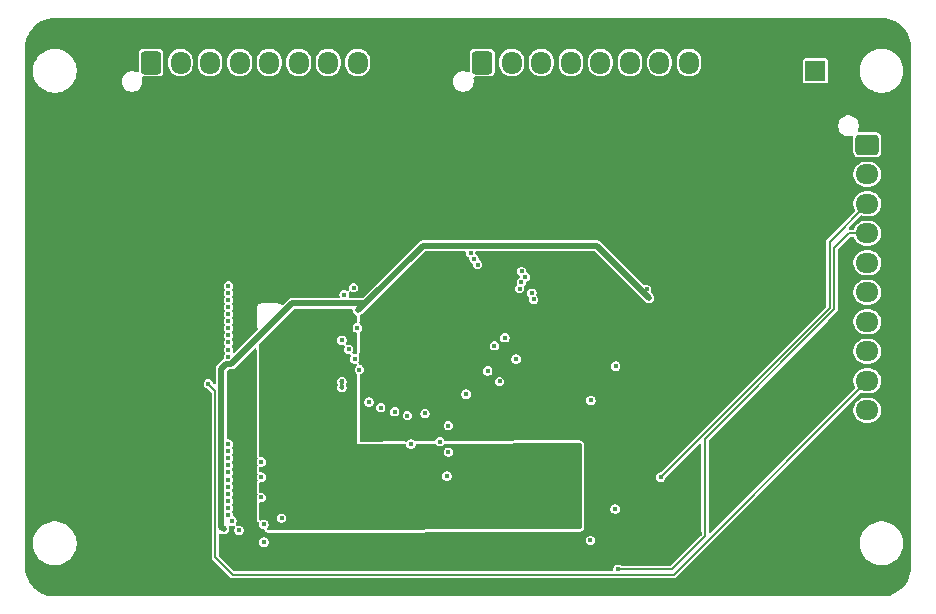
<source format=gbr>
%TF.GenerationSoftware,KiCad,Pcbnew,9.0.7*%
%TF.CreationDate,2026-02-21T00:44:38-08:00*%
%TF.ProjectId,matrix-driver,6d617472-6978-42d6-9472-697665722e6b,rev?*%
%TF.SameCoordinates,Original*%
%TF.FileFunction,Copper,L3,Inr*%
%TF.FilePolarity,Positive*%
%FSLAX46Y46*%
G04 Gerber Fmt 4.6, Leading zero omitted, Abs format (unit mm)*
G04 Created by KiCad (PCBNEW 9.0.7) date 2026-02-21 00:44:38*
%MOMM*%
%LPD*%
G01*
G04 APERTURE LIST*
G04 Aperture macros list*
%AMRoundRect*
0 Rectangle with rounded corners*
0 $1 Rounding radius*
0 $2 $3 $4 $5 $6 $7 $8 $9 X,Y pos of 4 corners*
0 Add a 4 corners polygon primitive as box body*
4,1,4,$2,$3,$4,$5,$6,$7,$8,$9,$2,$3,0*
0 Add four circle primitives for the rounded corners*
1,1,$1+$1,$2,$3*
1,1,$1+$1,$4,$5*
1,1,$1+$1,$6,$7*
1,1,$1+$1,$8,$9*
0 Add four rect primitives between the rounded corners*
20,1,$1+$1,$2,$3,$4,$5,0*
20,1,$1+$1,$4,$5,$6,$7,0*
20,1,$1+$1,$6,$7,$8,$9,0*
20,1,$1+$1,$8,$9,$2,$3,0*%
G04 Aperture macros list end*
%TA.AperFunction,ComponentPad*%
%ADD10O,1.700000X1.950000*%
%TD*%
%TA.AperFunction,ComponentPad*%
%ADD11RoundRect,0.250000X-0.600000X-0.725000X0.600000X-0.725000X0.600000X0.725000X-0.600000X0.725000X0*%
%TD*%
%TA.AperFunction,ComponentPad*%
%ADD12O,1.950000X1.700000*%
%TD*%
%TA.AperFunction,ComponentPad*%
%ADD13RoundRect,0.250000X-0.725000X0.600000X-0.725000X-0.600000X0.725000X-0.600000X0.725000X0.600000X0*%
%TD*%
%TA.AperFunction,ComponentPad*%
%ADD14R,1.700000X1.700000*%
%TD*%
%TA.AperFunction,ViaPad*%
%ADD15C,0.400000*%
%TD*%
%TA.AperFunction,Conductor*%
%ADD16C,0.200000*%
%TD*%
%TA.AperFunction,Conductor*%
%ADD17C,0.500000*%
%TD*%
G04 APERTURE END LIST*
D10*
%TO.N,/LINE15*%
%TO.C,J6*%
X153700000Y-97300000D03*
%TO.N,/LINE14*%
X151200000Y-97300000D03*
%TO.N,/LINE13*%
X148700000Y-97300000D03*
%TO.N,/LINE12*%
X146200000Y-97300000D03*
%TO.N,/LINE11*%
X143700000Y-97300000D03*
%TO.N,/LINE10*%
X141200000Y-97300000D03*
%TO.N,/LINE9*%
X138700000Y-97300000D03*
D11*
%TO.N,/LINE8*%
X136200000Y-97300000D03*
%TD*%
D10*
%TO.N,/LINE7*%
%TO.C,J5*%
X125650000Y-97300000D03*
%TO.N,/LINE6*%
X123150000Y-97300000D03*
%TO.N,/LINE5*%
X120650000Y-97300000D03*
%TO.N,/LINE4*%
X118150000Y-97300000D03*
%TO.N,/LINE3*%
X115650000Y-97300000D03*
%TO.N,/LINE2*%
X113150000Y-97300000D03*
%TO.N,/LINE1*%
X110650000Y-97300000D03*
D11*
%TO.N,/LINE0*%
X108150000Y-97300000D03*
%TD*%
D12*
%TO.N,GND*%
%TO.C,J2*%
X168800000Y-131750000D03*
X168800000Y-129250000D03*
%TO.N,/TH2*%
X168800000Y-126750000D03*
%TO.N,/TH1*%
X168800000Y-124250000D03*
%TO.N,Net-(J1-Pin_1)*%
X168800000Y-121750000D03*
%TO.N,/SOUT*%
X168800000Y-119250000D03*
%TO.N,/SIN*%
X168800000Y-116750000D03*
%TO.N,/SCLK*%
X168800000Y-114250000D03*
%TO.N,/2V8_EN*%
X168800000Y-111750000D03*
%TO.N,/3V8_EN*%
X168800000Y-109250000D03*
%TO.N,+12V*%
X168800000Y-106750000D03*
D13*
X168800000Y-104250000D03*
%TD*%
D14*
%TO.N,Net-(J1-Pin_1)*%
%TO.C,J1*%
X164400000Y-98000000D03*
%TD*%
D15*
%TO.N,/R11*%
X117500000Y-132400000D03*
%TO.N,/B9*%
X117500000Y-131100000D03*
%TO.N,/TH1*%
X113000000Y-124500000D03*
%TO.N,/TH2*%
X117700000Y-137911000D03*
%TO.N,/B4*%
X125800000Y-123300000D03*
%TO.N,/R4*%
X125381801Y-122381801D03*
%TO.N,GND*%
X147490200Y-124500000D03*
%TO.N,Net-(U2-SW)*%
X147490200Y-123000000D03*
X145390200Y-125900000D03*
%TO.N,GND*%
X129200000Y-116700000D03*
X131900000Y-122100000D03*
X129200000Y-121200000D03*
X146390200Y-124000000D03*
X151100000Y-137200000D03*
X131000000Y-121200000D03*
X124300000Y-124800000D03*
X145890200Y-124500000D03*
X133700000Y-118500000D03*
X151300000Y-129300000D03*
X112700000Y-123400000D03*
X132800000Y-120300000D03*
X132800000Y-117600000D03*
X130100000Y-116700000D03*
X132800000Y-121200000D03*
X148800000Y-138300000D03*
X131000000Y-117600000D03*
X146990200Y-124500000D03*
X146400000Y-137000000D03*
X133700000Y-122100000D03*
X133700000Y-117600000D03*
X128300000Y-117600000D03*
X145900000Y-137000000D03*
X152600000Y-137200000D03*
X149400000Y-136500000D03*
X131900000Y-116700000D03*
X128300000Y-116700000D03*
X128300000Y-120300000D03*
X129200000Y-120300000D03*
X132800000Y-118500000D03*
X153400000Y-125300000D03*
X131900000Y-117600000D03*
X154600000Y-137200000D03*
X131000000Y-120300000D03*
X145890200Y-125000000D03*
X145890200Y-124000000D03*
X132800000Y-116700000D03*
X133700000Y-119400000D03*
X131900000Y-118500000D03*
X146400000Y-136500000D03*
X124300000Y-124300000D03*
X133700000Y-116700000D03*
X148900000Y-136500000D03*
X147990200Y-124500000D03*
X151237500Y-115000000D03*
X150900000Y-125300000D03*
X129200000Y-119400000D03*
X150500000Y-124500000D03*
X148990200Y-124500000D03*
X148400000Y-136500000D03*
X152400000Y-125300000D03*
X128300000Y-119400000D03*
X146800000Y-114900000D03*
X130100000Y-121200000D03*
X151400000Y-125300000D03*
X130100000Y-119400000D03*
X129200000Y-117600000D03*
X130100000Y-118500000D03*
X133700000Y-120300000D03*
X129200000Y-118500000D03*
X151900000Y-125300000D03*
X146390200Y-125000000D03*
X131900000Y-119400000D03*
X131900000Y-121200000D03*
X128300000Y-121200000D03*
X132800000Y-122100000D03*
X133700000Y-121200000D03*
X154400000Y-125300000D03*
X150751005Y-129266734D03*
X112700000Y-137400000D03*
X147400000Y-136500000D03*
X153600000Y-137200000D03*
X131000000Y-118500000D03*
X152900000Y-125300000D03*
X146900000Y-136500000D03*
X149990200Y-124500000D03*
X149490200Y-124500000D03*
X153900000Y-125300000D03*
X130100000Y-117600000D03*
X148490200Y-124500000D03*
X132800000Y-119400000D03*
X145900000Y-136000000D03*
X151200000Y-119700000D03*
X152100000Y-137200000D03*
X131000000Y-122100000D03*
X128300000Y-118500000D03*
X146400000Y-136000000D03*
X129200000Y-122100000D03*
X130100000Y-120300000D03*
X131000000Y-119400000D03*
X131900000Y-120300000D03*
X150400000Y-136500000D03*
X147900000Y-136500000D03*
X151600000Y-137200000D03*
X151200000Y-119200000D03*
X146390200Y-124500000D03*
X153100000Y-137200000D03*
X128300000Y-122100000D03*
X149900000Y-136500000D03*
X145900000Y-136500000D03*
X131000000Y-116700000D03*
X153500000Y-138100000D03*
X154100000Y-137200000D03*
X130100000Y-122100000D03*
X127400000Y-118200000D03*
%TO.N,Net-(U3-SW)*%
X145350000Y-137750000D03*
X147450000Y-135100000D03*
%TO.N,+2V8*%
X140800000Y-136000000D03*
X123700000Y-118800000D03*
X124200000Y-118800000D03*
X142600000Y-132700000D03*
X143600000Y-132700000D03*
X140500000Y-133500000D03*
X144100000Y-132700000D03*
X142600000Y-133200000D03*
X121200000Y-118800000D03*
X121200000Y-119300000D03*
X139800000Y-136500000D03*
X140000000Y-134000000D03*
X141000000Y-133000000D03*
X141300000Y-136500000D03*
X140500000Y-134000000D03*
X141800000Y-136000000D03*
X143600000Y-133200000D03*
X140800000Y-136500000D03*
X143300000Y-136000000D03*
X140000000Y-133000000D03*
X141000000Y-134000000D03*
X121700000Y-119300000D03*
X122200000Y-118800000D03*
X142800000Y-136000000D03*
X141500000Y-133500000D03*
X142300000Y-136500000D03*
X123200000Y-119300000D03*
X125200000Y-118800000D03*
X121700000Y-118800000D03*
X140300000Y-136500000D03*
X141300000Y-136000000D03*
X141500000Y-134000000D03*
X144300000Y-136000000D03*
X124700000Y-118800000D03*
X139800000Y-136000000D03*
X122700000Y-119300000D03*
X144300000Y-136500000D03*
X120700000Y-118800000D03*
X120700000Y-119300000D03*
X142300000Y-136000000D03*
X143800000Y-136500000D03*
X140000000Y-133500000D03*
X122200000Y-119300000D03*
X125200000Y-119300000D03*
X123200000Y-118800000D03*
X123700000Y-119300000D03*
X140500000Y-133000000D03*
X141800000Y-136500000D03*
X124200000Y-119300000D03*
X143300000Y-136500000D03*
X141000000Y-133500000D03*
X122700000Y-118800000D03*
X140300000Y-136000000D03*
X143100000Y-133200000D03*
X143800000Y-136000000D03*
X143100000Y-132700000D03*
X142800000Y-136500000D03*
X144100000Y-133200000D03*
X124700000Y-119300000D03*
X141500000Y-133000000D03*
%TO.N,+3V3*%
X150100000Y-116500000D03*
X114500000Y-122811000D03*
X150300000Y-117200000D03*
X125700000Y-118260000D03*
X114300000Y-136800000D03*
%TO.N,/SOUT*%
X135800000Y-114400000D03*
%TO.N,/2V8_EN*%
X147700000Y-140200000D03*
%TO.N,/SIN*%
X135500000Y-113900000D03*
%TO.N,/3V8_EN*%
X151300000Y-132400000D03*
%TO.N,/SCLK*%
X135200000Y-113410000D03*
%TO.N,/G1*%
X114708200Y-116800000D03*
X124500000Y-116961246D03*
%TO.N,/R2*%
X114708200Y-117400000D03*
X125610999Y-119750002D03*
%TO.N,/G5*%
X126600000Y-126040000D03*
X114708200Y-120400000D03*
%TO.N,/G3*%
X124881178Y-121582425D03*
X114708200Y-118600000D03*
%TO.N,/B0*%
X125300000Y-116360000D03*
X114708200Y-116200000D03*
%TO.N,/R4*%
X114708200Y-119200000D03*
%TO.N,/G7*%
X114708200Y-122200000D03*
X129854730Y-127194730D03*
%TO.N,/B6*%
X114708200Y-121600000D03*
X128785230Y-126864230D03*
%TO.N,/B2*%
X124310485Y-120810485D03*
X114708200Y-118000000D03*
%TO.N,/B4*%
X114708200Y-119800000D03*
%TO.N,/R6*%
X127600000Y-126518000D03*
X114708200Y-121000000D03*
%TO.N,/B10*%
X114700000Y-132000000D03*
X133326516Y-130273484D03*
%TO.N,/R10*%
X114700000Y-131400000D03*
X134825270Y-125374730D03*
%TO.N,/G13*%
X114700000Y-134400000D03*
X138100000Y-120600000D03*
%TO.N,/B12*%
X114700000Y-133800000D03*
X137660000Y-124300000D03*
%TO.N,/G14*%
X140385582Y-116833154D03*
X119200000Y-135860000D03*
%TO.N,/R14*%
X114700000Y-135000000D03*
X139350000Y-116440000D03*
%TO.N,/R15*%
X139516954Y-114980000D03*
X115000000Y-136100000D03*
%TO.N,/G15*%
X115600000Y-136900000D03*
X139838980Y-115440000D03*
%TO.N,/R12*%
X137225270Y-121274730D03*
X114700000Y-133200000D03*
%TO.N,/G11*%
X133200270Y-132300270D03*
X114700000Y-132600000D03*
%TO.N,/R13*%
X117500000Y-134121000D03*
X139060000Y-122400000D03*
%TO.N,/B8*%
X114700000Y-130200000D03*
X131340002Y-127009835D03*
%TO.N,/G9*%
X133318000Y-128030047D03*
X114700000Y-130800000D03*
%TO.N,/R8*%
X114700000Y-129600000D03*
X130150540Y-129600000D03*
%TO.N,/B9*%
X132600000Y-129400000D03*
%TO.N,/B14*%
X140550000Y-117358006D03*
X114700000Y-135600000D03*
%TO.N,/B15*%
X117700000Y-136400000D03*
X139511081Y-115900000D03*
%TO.N,/R11*%
X136660000Y-123400000D03*
%TD*%
D16*
%TO.N,/TH1*%
X152399000Y-140651000D02*
X168800000Y-124250000D01*
X113588000Y-139188000D02*
X115051000Y-140651000D01*
X115051000Y-140651000D02*
X152399000Y-140651000D01*
X113588000Y-125088000D02*
X113588000Y-139188000D01*
X113000000Y-124500000D02*
X113588000Y-125088000D01*
%TO.N,/3V8_EN*%
X165600000Y-112450000D02*
X165600000Y-118100000D01*
X168800000Y-109250000D02*
X165600000Y-112450000D01*
X165600000Y-118100000D02*
X151300000Y-132400000D01*
%TO.N,/2V8_EN*%
X155051000Y-137386811D02*
X152237811Y-140200000D01*
X152237811Y-140200000D02*
X147700000Y-140200000D01*
X155051000Y-129149000D02*
X155051000Y-137386811D01*
X166000000Y-113000000D02*
X166000000Y-118200000D01*
X167250000Y-111750000D02*
X166000000Y-113000000D01*
X166000000Y-118200000D02*
X155051000Y-129149000D01*
X168800000Y-111750000D02*
X167250000Y-111750000D01*
D17*
%TO.N,+3V3*%
X114089000Y-136589000D02*
X114300000Y-136800000D01*
X131161000Y-112799000D02*
X126271000Y-117689000D01*
X114500000Y-122811000D02*
X114089000Y-123222000D01*
X150300000Y-117200000D02*
X145899000Y-112799000D01*
X126271000Y-117689000D02*
X125700000Y-118260000D01*
X114089000Y-123222000D02*
X114089000Y-136589000D01*
X145899000Y-112799000D02*
X131161000Y-112799000D01*
X120083285Y-117689000D02*
X126271000Y-117689000D01*
X114961285Y-122811000D02*
X120083285Y-117689000D01*
X114500000Y-122811000D02*
X114961285Y-122811000D01*
%TD*%
%TA.AperFunction,Conductor*%
%TO.N,GND*%
G36*
X124341435Y-124109223D02*
G01*
X124359499Y-124114063D01*
X124389405Y-124126451D01*
X124405598Y-124135800D01*
X124431279Y-124155506D01*
X124444492Y-124168719D01*
X124464199Y-124194401D01*
X124473549Y-124210596D01*
X124485934Y-124240496D01*
X124490773Y-124258552D01*
X124495000Y-124290651D01*
X124495000Y-124309345D01*
X124490774Y-124341441D01*
X124485849Y-124359820D01*
X124476963Y-124383220D01*
X124475949Y-124385245D01*
X124456737Y-124430106D01*
X124456736Y-124430110D01*
X124440271Y-124486187D01*
X124436490Y-124501105D01*
X124436490Y-124501106D01*
X124436490Y-124501107D01*
X124437101Y-124545914D01*
X124437736Y-124592555D01*
X124437736Y-124592557D01*
X124454208Y-124660449D01*
X124454210Y-124660454D01*
X124475946Y-124714747D01*
X124477665Y-124718286D01*
X124485899Y-124740365D01*
X124490774Y-124758558D01*
X124495000Y-124790653D01*
X124495000Y-124809347D01*
X124490773Y-124841446D01*
X124485934Y-124859502D01*
X124473549Y-124889402D01*
X124464199Y-124905597D01*
X124444492Y-124931279D01*
X124431279Y-124944492D01*
X124405597Y-124964199D01*
X124389402Y-124973549D01*
X124359504Y-124985934D01*
X124355386Y-124987037D01*
X124341443Y-124990773D01*
X124309348Y-124995000D01*
X124290652Y-124995000D01*
X124258561Y-124990775D01*
X124240504Y-124985937D01*
X124210593Y-124973548D01*
X124194399Y-124964198D01*
X124168720Y-124944493D01*
X124155506Y-124931279D01*
X124135800Y-124905598D01*
X124126451Y-124889405D01*
X124114063Y-124859499D01*
X124109223Y-124841435D01*
X124105000Y-124809347D01*
X124105000Y-124790651D01*
X124109225Y-124758558D01*
X124110722Y-124752973D01*
X124114148Y-124740183D01*
X124123039Y-124716774D01*
X124124048Y-124714757D01*
X124124048Y-124714756D01*
X124124052Y-124714750D01*
X124143259Y-124669898D01*
X124159732Y-124613798D01*
X124163508Y-124598897D01*
X124162264Y-124507450D01*
X124145791Y-124439550D01*
X124124052Y-124385249D01*
X124124049Y-124385244D01*
X124124048Y-124385241D01*
X124122337Y-124381718D01*
X124114099Y-124359632D01*
X124109223Y-124341434D01*
X124105000Y-124309346D01*
X124105000Y-124290651D01*
X124109224Y-124258561D01*
X124114064Y-124240496D01*
X124126447Y-124210598D01*
X124135803Y-124194394D01*
X124155503Y-124168721D01*
X124168720Y-124155504D01*
X124194396Y-124135803D01*
X124210592Y-124126452D01*
X124240497Y-124114064D01*
X124258564Y-124109223D01*
X124290651Y-124105000D01*
X124309347Y-124105000D01*
X124341435Y-124109223D01*
G37*
%TD.AperFunction*%
%TA.AperFunction,Conductor*%
G36*
X169909445Y-93500500D02*
G01*
X169934108Y-93500500D01*
X169996249Y-93500500D01*
X170003736Y-93500726D01*
X170293796Y-93518271D01*
X170308657Y-93520075D01*
X170590798Y-93571780D01*
X170605335Y-93575363D01*
X170879172Y-93660695D01*
X170893163Y-93666000D01*
X171154743Y-93783727D01*
X171167989Y-93790680D01*
X171413465Y-93939075D01*
X171425776Y-93947573D01*
X171651573Y-94124473D01*
X171662781Y-94134403D01*
X171865596Y-94337218D01*
X171875525Y-94348425D01*
X171995481Y-94501538D01*
X172052422Y-94574217D01*
X172060928Y-94586540D01*
X172209316Y-94832004D01*
X172216275Y-94845263D01*
X172333997Y-95106831D01*
X172339306Y-95120832D01*
X172424635Y-95394663D01*
X172428219Y-95409201D01*
X172479923Y-95691340D01*
X172481728Y-95706205D01*
X172499274Y-95996262D01*
X172499500Y-96003749D01*
X172499501Y-139934108D01*
X172499501Y-139996249D01*
X172499275Y-140003736D01*
X172481729Y-140293794D01*
X172479924Y-140308659D01*
X172428220Y-140590798D01*
X172424636Y-140605336D01*
X172339307Y-140879167D01*
X172333998Y-140893168D01*
X172216276Y-141154736D01*
X172209317Y-141167995D01*
X172060929Y-141413459D01*
X172052423Y-141425782D01*
X171875527Y-141651573D01*
X171865597Y-141662781D01*
X171662782Y-141865596D01*
X171651574Y-141875526D01*
X171425783Y-142052423D01*
X171413460Y-142060929D01*
X171167996Y-142209317D01*
X171154737Y-142216276D01*
X170893169Y-142333998D01*
X170879168Y-142339307D01*
X170605336Y-142424636D01*
X170590798Y-142428220D01*
X170308660Y-142479924D01*
X170293795Y-142481729D01*
X170003754Y-142499274D01*
X169996267Y-142499500D01*
X100003750Y-142499500D01*
X99996263Y-142499274D01*
X99706204Y-142481728D01*
X99691339Y-142479923D01*
X99409201Y-142428219D01*
X99394663Y-142424635D01*
X99120824Y-142339304D01*
X99106826Y-142333995D01*
X98954095Y-142265256D01*
X98845268Y-142216277D01*
X98832010Y-142209319D01*
X98643965Y-142095642D01*
X98586537Y-142060926D01*
X98574220Y-142052424D01*
X98348426Y-141875525D01*
X98337218Y-141865595D01*
X98134403Y-141662781D01*
X98124473Y-141651573D01*
X97947573Y-141425776D01*
X97939071Y-141413458D01*
X97790680Y-141167987D01*
X97783722Y-141154730D01*
X97666000Y-140893163D01*
X97660698Y-140879182D01*
X97575363Y-140605334D01*
X97571780Y-140590797D01*
X97520076Y-140308659D01*
X97518271Y-140293795D01*
X97514200Y-140226500D01*
X97500723Y-140003718D01*
X97500499Y-139996298D01*
X97500499Y-137878711D01*
X98149500Y-137878711D01*
X98149500Y-138121288D01*
X98181161Y-138361785D01*
X98243947Y-138596104D01*
X98336773Y-138820205D01*
X98336776Y-138820212D01*
X98458064Y-139030289D01*
X98458066Y-139030292D01*
X98458067Y-139030293D01*
X98605733Y-139222736D01*
X98605739Y-139222743D01*
X98777256Y-139394260D01*
X98777262Y-139394265D01*
X98969711Y-139541936D01*
X99179788Y-139663224D01*
X99403900Y-139756054D01*
X99638211Y-139818838D01*
X99818586Y-139842584D01*
X99878711Y-139850500D01*
X99878712Y-139850500D01*
X100121289Y-139850500D01*
X100169388Y-139844167D01*
X100361789Y-139818838D01*
X100596100Y-139756054D01*
X100820212Y-139663224D01*
X101030289Y-139541936D01*
X101222738Y-139394265D01*
X101394265Y-139222738D01*
X101541936Y-139030289D01*
X101663224Y-138820212D01*
X101756054Y-138596100D01*
X101818838Y-138361789D01*
X101850500Y-138121288D01*
X101850500Y-137878712D01*
X101847809Y-137858275D01*
X101826614Y-137697275D01*
X101818838Y-137638211D01*
X101756054Y-137403900D01*
X101663224Y-137179788D01*
X101541936Y-136969711D01*
X101412910Y-136801561D01*
X101394266Y-136777263D01*
X101394260Y-136777256D01*
X101222743Y-136605739D01*
X101222736Y-136605733D01*
X101030293Y-136458067D01*
X101030292Y-136458066D01*
X101030289Y-136458064D01*
X100836038Y-136345913D01*
X100820214Y-136336777D01*
X100820205Y-136336773D01*
X100596104Y-136243947D01*
X100361785Y-136181161D01*
X100121289Y-136149500D01*
X100121288Y-136149500D01*
X99878712Y-136149500D01*
X99878711Y-136149500D01*
X99638214Y-136181161D01*
X99403895Y-136243947D01*
X99179794Y-136336773D01*
X99179785Y-136336777D01*
X98969706Y-136458067D01*
X98777263Y-136605733D01*
X98777256Y-136605739D01*
X98605739Y-136777256D01*
X98605733Y-136777263D01*
X98458067Y-136969706D01*
X98336777Y-137179785D01*
X98336773Y-137179794D01*
X98243947Y-137403895D01*
X98181161Y-137638214D01*
X98149500Y-137878711D01*
X97500499Y-137878711D01*
X97500499Y-124447273D01*
X112599500Y-124447273D01*
X112599500Y-124552727D01*
X112610173Y-124592557D01*
X112626793Y-124654586D01*
X112626794Y-124654589D01*
X112630180Y-124660454D01*
X112679520Y-124745913D01*
X112754087Y-124820480D01*
X112845413Y-124873207D01*
X112947273Y-124900500D01*
X112947276Y-124900500D01*
X112953777Y-124902242D01*
X113009365Y-124934336D01*
X113251181Y-125176152D01*
X113284666Y-125237475D01*
X113287500Y-125263833D01*
X113287500Y-139227562D01*
X113301152Y-139278513D01*
X113307979Y-139303990D01*
X113307982Y-139303995D01*
X113347535Y-139372504D01*
X113347539Y-139372509D01*
X113347540Y-139372511D01*
X114810540Y-140835511D01*
X114866489Y-140891460D01*
X114866491Y-140891461D01*
X114866495Y-140891464D01*
X114935004Y-140931017D01*
X114935011Y-140931021D01*
X115011438Y-140951500D01*
X115011440Y-140951500D01*
X152438560Y-140951500D01*
X152438562Y-140951500D01*
X152514989Y-140931021D01*
X152583511Y-140891460D01*
X152639460Y-140835511D01*
X155596260Y-137878711D01*
X168149500Y-137878711D01*
X168149500Y-138121288D01*
X168181161Y-138361785D01*
X168243947Y-138596104D01*
X168336773Y-138820205D01*
X168336776Y-138820212D01*
X168458064Y-139030289D01*
X168458066Y-139030292D01*
X168458067Y-139030293D01*
X168605733Y-139222736D01*
X168605739Y-139222743D01*
X168777256Y-139394260D01*
X168777262Y-139394265D01*
X168969711Y-139541936D01*
X169179788Y-139663224D01*
X169403900Y-139756054D01*
X169638211Y-139818838D01*
X169818586Y-139842584D01*
X169878711Y-139850500D01*
X169878712Y-139850500D01*
X170121289Y-139850500D01*
X170169388Y-139844167D01*
X170361789Y-139818838D01*
X170596100Y-139756054D01*
X170820212Y-139663224D01*
X171030289Y-139541936D01*
X171222738Y-139394265D01*
X171394265Y-139222738D01*
X171541936Y-139030289D01*
X171663224Y-138820212D01*
X171756054Y-138596100D01*
X171818838Y-138361789D01*
X171850500Y-138121288D01*
X171850500Y-137878712D01*
X171847809Y-137858275D01*
X171826614Y-137697275D01*
X171818838Y-137638211D01*
X171756054Y-137403900D01*
X171663224Y-137179788D01*
X171541936Y-136969711D01*
X171412910Y-136801561D01*
X171394266Y-136777263D01*
X171394260Y-136777256D01*
X171222743Y-136605739D01*
X171222736Y-136605733D01*
X171030293Y-136458067D01*
X171030292Y-136458066D01*
X171030289Y-136458064D01*
X170836038Y-136345913D01*
X170820214Y-136336777D01*
X170820205Y-136336773D01*
X170596104Y-136243947D01*
X170361785Y-136181161D01*
X170121289Y-136149500D01*
X170121288Y-136149500D01*
X169878712Y-136149500D01*
X169878711Y-136149500D01*
X169638214Y-136181161D01*
X169403895Y-136243947D01*
X169179794Y-136336773D01*
X169179785Y-136336777D01*
X168969706Y-136458067D01*
X168777263Y-136605733D01*
X168777256Y-136605739D01*
X168605739Y-136777256D01*
X168605733Y-136777263D01*
X168458067Y-136969706D01*
X168336777Y-137179785D01*
X168336773Y-137179794D01*
X168243947Y-137403895D01*
X168181161Y-137638214D01*
X168149500Y-137878711D01*
X155596260Y-137878711D01*
X166828439Y-126646530D01*
X167624500Y-126646530D01*
X167624500Y-126853469D01*
X167664868Y-127056412D01*
X167664870Y-127056420D01*
X167744000Y-127247457D01*
X167744059Y-127247598D01*
X167755506Y-127264730D01*
X167859024Y-127419657D01*
X168005342Y-127565975D01*
X168005345Y-127565977D01*
X168177402Y-127680941D01*
X168368580Y-127760130D01*
X168571530Y-127800499D01*
X168571534Y-127800500D01*
X168571535Y-127800500D01*
X169028466Y-127800500D01*
X169028467Y-127800499D01*
X169231420Y-127760130D01*
X169422598Y-127680941D01*
X169594655Y-127565977D01*
X169740977Y-127419655D01*
X169855941Y-127247598D01*
X169935130Y-127056420D01*
X169975500Y-126853465D01*
X169975500Y-126646535D01*
X169935130Y-126443580D01*
X169855941Y-126252402D01*
X169740977Y-126080345D01*
X169740975Y-126080342D01*
X169594657Y-125934024D01*
X169508626Y-125876541D01*
X169422598Y-125819059D01*
X169231420Y-125739870D01*
X169231412Y-125739868D01*
X169028469Y-125699500D01*
X169028465Y-125699500D01*
X168571535Y-125699500D01*
X168571530Y-125699500D01*
X168368587Y-125739868D01*
X168368579Y-125739870D01*
X168177403Y-125819058D01*
X168005342Y-125934024D01*
X167859024Y-126080342D01*
X167744058Y-126252403D01*
X167664870Y-126443579D01*
X167664868Y-126443587D01*
X167624500Y-126646530D01*
X166828439Y-126646530D01*
X168201284Y-125273685D01*
X168262605Y-125240202D01*
X168332297Y-125245186D01*
X168336416Y-125246807D01*
X168368580Y-125260130D01*
X168571530Y-125300499D01*
X168571534Y-125300500D01*
X168571535Y-125300500D01*
X169028466Y-125300500D01*
X169028467Y-125300499D01*
X169231420Y-125260130D01*
X169422598Y-125180941D01*
X169594655Y-125065977D01*
X169740977Y-124919655D01*
X169855941Y-124747598D01*
X169935130Y-124556420D01*
X169975500Y-124353465D01*
X169975500Y-124146535D01*
X169935130Y-123943580D01*
X169855941Y-123752402D01*
X169740977Y-123580345D01*
X169740975Y-123580342D01*
X169594657Y-123434024D01*
X169472986Y-123352727D01*
X169422598Y-123319059D01*
X169231420Y-123239870D01*
X169231412Y-123239868D01*
X169028469Y-123199500D01*
X169028465Y-123199500D01*
X168571535Y-123199500D01*
X168571530Y-123199500D01*
X168368587Y-123239868D01*
X168368579Y-123239870D01*
X168177403Y-123319058D01*
X168005342Y-123434024D01*
X167859024Y-123580342D01*
X167744058Y-123752403D01*
X167664870Y-123943579D01*
X167664868Y-123943587D01*
X167624500Y-124146530D01*
X167624500Y-124353469D01*
X167664868Y-124556412D01*
X167664870Y-124556420D01*
X167744057Y-124747595D01*
X167746932Y-124752973D01*
X167744491Y-124754277D01*
X167761820Y-124809599D01*
X167743342Y-124876981D01*
X167725521Y-124899506D01*
X155563181Y-137061847D01*
X155501858Y-137095332D01*
X155432166Y-137090348D01*
X155376233Y-137048476D01*
X155351816Y-136983012D01*
X155351500Y-136974166D01*
X155351500Y-129324833D01*
X155371185Y-129257794D01*
X155387819Y-129237152D01*
X162978442Y-121646530D01*
X167624500Y-121646530D01*
X167624500Y-121853469D01*
X167664868Y-122056412D01*
X167664870Y-122056420D01*
X167744058Y-122247596D01*
X167859024Y-122419657D01*
X168005342Y-122565975D01*
X168005345Y-122565977D01*
X168177402Y-122680941D01*
X168368580Y-122760130D01*
X168486231Y-122783532D01*
X168571530Y-122800499D01*
X168571534Y-122800500D01*
X168571535Y-122800500D01*
X169028466Y-122800500D01*
X169028467Y-122800499D01*
X169231420Y-122760130D01*
X169422598Y-122680941D01*
X169594655Y-122565977D01*
X169740977Y-122419655D01*
X169855941Y-122247598D01*
X169935130Y-122056420D01*
X169975500Y-121853465D01*
X169975500Y-121646535D01*
X169935130Y-121443580D01*
X169855941Y-121252402D01*
X169740977Y-121080345D01*
X169740975Y-121080342D01*
X169594657Y-120934024D01*
X169505168Y-120874230D01*
X169422598Y-120819059D01*
X169231420Y-120739870D01*
X169231412Y-120739868D01*
X169028469Y-120699500D01*
X169028465Y-120699500D01*
X168571535Y-120699500D01*
X168571530Y-120699500D01*
X168368587Y-120739868D01*
X168368579Y-120739870D01*
X168177403Y-120819058D01*
X168005342Y-120934024D01*
X167859024Y-121080342D01*
X167744058Y-121252403D01*
X167664870Y-121443579D01*
X167664868Y-121443587D01*
X167624500Y-121646530D01*
X162978442Y-121646530D01*
X163072210Y-121552762D01*
X165478442Y-119146530D01*
X167624500Y-119146530D01*
X167624500Y-119353469D01*
X167664868Y-119556412D01*
X167664870Y-119556420D01*
X167726378Y-119704914D01*
X167744059Y-119747598D01*
X167780896Y-119802729D01*
X167859024Y-119919657D01*
X168005342Y-120065975D01*
X168005345Y-120065977D01*
X168177402Y-120180941D01*
X168368580Y-120260130D01*
X168571530Y-120300499D01*
X168571534Y-120300500D01*
X168571535Y-120300500D01*
X169028466Y-120300500D01*
X169028467Y-120300499D01*
X169231420Y-120260130D01*
X169422598Y-120180941D01*
X169594655Y-120065977D01*
X169740977Y-119919655D01*
X169855941Y-119747598D01*
X169935130Y-119556420D01*
X169975500Y-119353465D01*
X169975500Y-119146535D01*
X169935130Y-118943580D01*
X169855941Y-118752402D01*
X169740977Y-118580345D01*
X169740975Y-118580342D01*
X169594657Y-118434024D01*
X169475021Y-118354087D01*
X169422598Y-118319059D01*
X169415186Y-118315989D01*
X169231420Y-118239870D01*
X169231412Y-118239868D01*
X169028469Y-118199500D01*
X169028465Y-118199500D01*
X168571535Y-118199500D01*
X168571530Y-118199500D01*
X168368587Y-118239868D01*
X168368579Y-118239870D01*
X168177403Y-118319058D01*
X168005342Y-118434024D01*
X167859024Y-118580342D01*
X167744058Y-118752403D01*
X167664870Y-118943579D01*
X167664868Y-118943587D01*
X167624500Y-119146530D01*
X165478442Y-119146530D01*
X165572210Y-119052762D01*
X166240458Y-118384513D01*
X166240460Y-118384511D01*
X166246986Y-118373207D01*
X166280021Y-118315989D01*
X166300500Y-118239562D01*
X166300500Y-116646530D01*
X167624500Y-116646530D01*
X167624500Y-116853469D01*
X167664868Y-117056412D01*
X167664870Y-117056420D01*
X167739116Y-117235666D01*
X167744059Y-117247598D01*
X167758492Y-117269199D01*
X167859024Y-117419657D01*
X168005342Y-117565975D01*
X168005345Y-117565977D01*
X168177402Y-117680941D01*
X168368580Y-117760130D01*
X168571530Y-117800499D01*
X168571534Y-117800500D01*
X168571535Y-117800500D01*
X169028466Y-117800500D01*
X169028467Y-117800499D01*
X169231420Y-117760130D01*
X169422598Y-117680941D01*
X169594655Y-117565977D01*
X169740977Y-117419655D01*
X169855941Y-117247598D01*
X169935130Y-117056420D01*
X169975500Y-116853465D01*
X169975500Y-116646535D01*
X169935130Y-116443580D01*
X169855941Y-116252402D01*
X169740977Y-116080345D01*
X169740975Y-116080342D01*
X169594657Y-115934024D01*
X169488334Y-115862982D01*
X169422598Y-115819059D01*
X169418175Y-115817227D01*
X169231420Y-115739870D01*
X169231412Y-115739868D01*
X169028469Y-115699500D01*
X169028465Y-115699500D01*
X168571535Y-115699500D01*
X168571530Y-115699500D01*
X168368587Y-115739868D01*
X168368579Y-115739870D01*
X168177403Y-115819058D01*
X168005342Y-115934024D01*
X167859024Y-116080342D01*
X167744058Y-116252403D01*
X167664870Y-116443579D01*
X167664868Y-116443587D01*
X167624500Y-116646530D01*
X166300500Y-116646530D01*
X166300500Y-114146530D01*
X167624500Y-114146530D01*
X167624500Y-114353469D01*
X167664868Y-114556412D01*
X167664870Y-114556420D01*
X167738462Y-114734087D01*
X167744059Y-114747598D01*
X167779406Y-114800499D01*
X167859024Y-114919657D01*
X168005342Y-115065975D01*
X168005345Y-115065977D01*
X168177402Y-115180941D01*
X168368580Y-115260130D01*
X168571424Y-115300478D01*
X168571530Y-115300499D01*
X168571534Y-115300500D01*
X168571535Y-115300500D01*
X169028466Y-115300500D01*
X169028467Y-115300499D01*
X169231420Y-115260130D01*
X169422598Y-115180941D01*
X169594655Y-115065977D01*
X169740977Y-114919655D01*
X169855941Y-114747598D01*
X169935130Y-114556420D01*
X169975500Y-114353465D01*
X169975500Y-114146535D01*
X169935130Y-113943580D01*
X169855941Y-113752402D01*
X169740977Y-113580345D01*
X169740975Y-113580342D01*
X169594657Y-113434024D01*
X169426983Y-113321989D01*
X169422598Y-113319059D01*
X169231420Y-113239870D01*
X169231412Y-113239868D01*
X169028469Y-113199500D01*
X169028465Y-113199500D01*
X168571535Y-113199500D01*
X168571530Y-113199500D01*
X168368587Y-113239868D01*
X168368579Y-113239870D01*
X168177403Y-113319058D01*
X168005342Y-113434024D01*
X167859024Y-113580342D01*
X167744058Y-113752403D01*
X167664870Y-113943579D01*
X167664868Y-113943587D01*
X167624500Y-114146530D01*
X166300500Y-114146530D01*
X166300500Y-113175833D01*
X166320185Y-113108794D01*
X166336819Y-113088152D01*
X167338152Y-112086819D01*
X167365079Y-112072115D01*
X167390898Y-112055523D01*
X167397098Y-112054631D01*
X167399475Y-112053334D01*
X167425833Y-112050500D01*
X167579564Y-112050500D01*
X167646603Y-112070185D01*
X167692358Y-112122989D01*
X167694121Y-112127039D01*
X167744059Y-112247598D01*
X167801541Y-112333626D01*
X167859024Y-112419657D01*
X168005342Y-112565975D01*
X168005345Y-112565977D01*
X168177402Y-112680941D01*
X168368580Y-112760130D01*
X168571530Y-112800499D01*
X168571534Y-112800500D01*
X168571535Y-112800500D01*
X169028466Y-112800500D01*
X169028467Y-112800499D01*
X169231420Y-112760130D01*
X169422598Y-112680941D01*
X169594655Y-112565977D01*
X169740977Y-112419655D01*
X169855941Y-112247598D01*
X169935130Y-112056420D01*
X169975500Y-111853465D01*
X169975500Y-111646535D01*
X169935130Y-111443580D01*
X169855941Y-111252402D01*
X169740977Y-111080345D01*
X169740975Y-111080342D01*
X169594657Y-110934024D01*
X169508626Y-110876541D01*
X169422598Y-110819059D01*
X169231420Y-110739870D01*
X169231412Y-110739868D01*
X169028469Y-110699500D01*
X169028465Y-110699500D01*
X168571535Y-110699500D01*
X168571530Y-110699500D01*
X168368587Y-110739868D01*
X168368579Y-110739870D01*
X168177403Y-110819058D01*
X168005342Y-110934024D01*
X167859024Y-111080342D01*
X167744058Y-111252403D01*
X167694125Y-111372953D01*
X167650284Y-111427356D01*
X167583990Y-111449421D01*
X167579564Y-111449500D01*
X167324832Y-111449500D01*
X167257793Y-111429815D01*
X167212038Y-111377011D01*
X167202094Y-111307853D01*
X167231119Y-111244297D01*
X167237151Y-111237819D01*
X167655912Y-110819058D01*
X168201284Y-110273685D01*
X168262605Y-110240202D01*
X168332296Y-110245186D01*
X168336416Y-110246807D01*
X168368580Y-110260130D01*
X168571530Y-110300499D01*
X168571534Y-110300500D01*
X168571535Y-110300500D01*
X169028466Y-110300500D01*
X169028467Y-110300499D01*
X169231420Y-110260130D01*
X169422598Y-110180941D01*
X169594655Y-110065977D01*
X169740977Y-109919655D01*
X169855941Y-109747598D01*
X169935130Y-109556420D01*
X169975500Y-109353465D01*
X169975500Y-109146535D01*
X169935130Y-108943580D01*
X169855941Y-108752402D01*
X169740977Y-108580345D01*
X169740975Y-108580342D01*
X169594657Y-108434024D01*
X169508626Y-108376541D01*
X169422598Y-108319059D01*
X169231420Y-108239870D01*
X169231412Y-108239868D01*
X169028469Y-108199500D01*
X169028465Y-108199500D01*
X168571535Y-108199500D01*
X168571530Y-108199500D01*
X168368587Y-108239868D01*
X168368579Y-108239870D01*
X168177403Y-108319058D01*
X168005342Y-108434024D01*
X167859024Y-108580342D01*
X167744058Y-108752403D01*
X167664870Y-108943579D01*
X167664868Y-108943587D01*
X167624500Y-109146530D01*
X167624500Y-109353469D01*
X167664868Y-109556412D01*
X167664870Y-109556420D01*
X167744057Y-109747595D01*
X167746932Y-109752973D01*
X167744491Y-109754277D01*
X167761820Y-109809599D01*
X167743342Y-109876981D01*
X167725521Y-109899506D01*
X165415489Y-112209540D01*
X165359541Y-112265487D01*
X165359535Y-112265495D01*
X165319982Y-112334004D01*
X165319979Y-112334009D01*
X165299500Y-112410439D01*
X165299500Y-117924167D01*
X165279815Y-117991206D01*
X165263181Y-118011848D01*
X151309365Y-131965663D01*
X151253778Y-131997757D01*
X151145411Y-132026793D01*
X151145410Y-132026794D01*
X151054085Y-132079521D01*
X150979521Y-132154085D01*
X150926794Y-132245410D01*
X150926793Y-132245413D01*
X150899500Y-132347273D01*
X150899500Y-132452727D01*
X150926793Y-132554587D01*
X150979520Y-132645913D01*
X151054087Y-132720480D01*
X151145413Y-132773207D01*
X151247273Y-132800500D01*
X151247275Y-132800500D01*
X151352725Y-132800500D01*
X151352727Y-132800500D01*
X151454587Y-132773207D01*
X151545913Y-132720480D01*
X151620480Y-132645913D01*
X151673207Y-132554587D01*
X151700500Y-132452727D01*
X151700500Y-132452723D01*
X151702242Y-132446222D01*
X151734334Y-132390636D01*
X154538819Y-129586152D01*
X154600142Y-129552667D01*
X154669834Y-129557651D01*
X154725767Y-129599523D01*
X154750184Y-129664987D01*
X154750500Y-129673833D01*
X154750500Y-137210978D01*
X154730815Y-137278017D01*
X154714181Y-137298659D01*
X152149659Y-139863181D01*
X152088336Y-139896666D01*
X152061978Y-139899500D01*
X148013744Y-139899500D01*
X147951744Y-139882887D01*
X147945914Y-139879521D01*
X147945913Y-139879520D01*
X147854587Y-139826793D01*
X147752727Y-139799500D01*
X147647273Y-139799500D01*
X147545413Y-139826793D01*
X147545410Y-139826794D01*
X147454085Y-139879521D01*
X147379521Y-139954085D01*
X147326794Y-140045410D01*
X147326793Y-140045413D01*
X147299500Y-140147273D01*
X147299500Y-140226500D01*
X147279815Y-140293539D01*
X147227011Y-140339294D01*
X147175500Y-140350500D01*
X115226833Y-140350500D01*
X115159794Y-140330815D01*
X115139152Y-140314181D01*
X113924819Y-139099848D01*
X113891334Y-139038525D01*
X113888500Y-139012167D01*
X113888500Y-137858273D01*
X117299500Y-137858273D01*
X117299500Y-137963727D01*
X117326793Y-138065587D01*
X117379520Y-138156913D01*
X117454087Y-138231480D01*
X117545413Y-138284207D01*
X117647273Y-138311500D01*
X117647275Y-138311500D01*
X117752725Y-138311500D01*
X117752727Y-138311500D01*
X117854587Y-138284207D01*
X117945913Y-138231480D01*
X118020480Y-138156913D01*
X118073207Y-138065587D01*
X118100500Y-137963727D01*
X118100500Y-137858273D01*
X118073207Y-137756413D01*
X118039063Y-137697273D01*
X144949500Y-137697273D01*
X144949500Y-137802727D01*
X144976793Y-137904587D01*
X145029520Y-137995913D01*
X145104087Y-138070480D01*
X145195413Y-138123207D01*
X145297273Y-138150500D01*
X145297275Y-138150500D01*
X145402725Y-138150500D01*
X145402727Y-138150500D01*
X145504587Y-138123207D01*
X145595913Y-138070480D01*
X145670480Y-137995913D01*
X145723207Y-137904587D01*
X145750500Y-137802727D01*
X145750500Y-137697273D01*
X145723207Y-137595413D01*
X145670480Y-137504087D01*
X145595913Y-137429520D01*
X145504587Y-137376793D01*
X145402727Y-137349500D01*
X145297273Y-137349500D01*
X145195413Y-137376793D01*
X145195410Y-137376794D01*
X145104085Y-137429521D01*
X145029521Y-137504085D01*
X144976794Y-137595410D01*
X144976793Y-137595413D01*
X144949500Y-137697273D01*
X118039063Y-137697273D01*
X118020480Y-137665087D01*
X117945913Y-137590520D01*
X117854587Y-137537793D01*
X117752727Y-137510500D01*
X117647273Y-137510500D01*
X117545413Y-137537793D01*
X117545410Y-137537794D01*
X117454085Y-137590521D01*
X117379521Y-137665085D01*
X117326794Y-137756410D01*
X117326793Y-137756413D01*
X117299500Y-137858273D01*
X113888500Y-137858273D01*
X113888500Y-137297387D01*
X113908185Y-137230348D01*
X113960989Y-137184593D01*
X114030147Y-137174649D01*
X114074501Y-137190001D01*
X114126111Y-137219799D01*
X114187511Y-137236249D01*
X114240691Y-137250499D01*
X114240694Y-137250499D01*
X114359306Y-137250499D01*
X114359309Y-137250499D01*
X114434516Y-137230348D01*
X114473885Y-137219800D01*
X114489165Y-137210978D01*
X114576614Y-137160489D01*
X114660489Y-137076614D01*
X114719799Y-136973887D01*
X114720920Y-136969706D01*
X114739920Y-136898792D01*
X114750499Y-136859309D01*
X114750499Y-136740691D01*
X114728813Y-136659756D01*
X114721530Y-136632572D01*
X114723193Y-136562722D01*
X114762357Y-136504860D01*
X114826586Y-136477357D01*
X114873395Y-136480704D01*
X114947273Y-136500500D01*
X114947275Y-136500500D01*
X115052724Y-136500500D01*
X115052727Y-136500500D01*
X115136769Y-136477981D01*
X115206616Y-136479644D01*
X115264479Y-136518806D01*
X115291983Y-136583035D01*
X115280397Y-136651937D01*
X115276247Y-136659756D01*
X115226794Y-136745410D01*
X115226793Y-136745413D01*
X115199500Y-136847273D01*
X115199500Y-136952727D01*
X115215620Y-137012886D01*
X115226793Y-137054586D01*
X115226794Y-137054589D01*
X115238653Y-137075130D01*
X115279520Y-137145913D01*
X115354087Y-137220480D01*
X115445413Y-137273207D01*
X115547273Y-137300500D01*
X115547275Y-137300500D01*
X115652725Y-137300500D01*
X115652727Y-137300500D01*
X115754587Y-137273207D01*
X115845913Y-137220480D01*
X115920480Y-137145913D01*
X115973207Y-137054587D01*
X116000500Y-136952727D01*
X116000500Y-136847273D01*
X115973207Y-136745413D01*
X115920480Y-136654087D01*
X115845913Y-136579520D01*
X115754587Y-136526793D01*
X115652727Y-136499500D01*
X115547273Y-136499500D01*
X115547271Y-136499500D01*
X115463231Y-136522018D01*
X115393381Y-136520355D01*
X115335519Y-136481191D01*
X115308016Y-136416963D01*
X115319603Y-136348061D01*
X115323739Y-136340266D01*
X115373207Y-136254587D01*
X115400500Y-136152727D01*
X115400500Y-136047273D01*
X115373207Y-135945413D01*
X115320480Y-135854087D01*
X115245913Y-135779520D01*
X115162498Y-135731360D01*
X115114284Y-135680793D01*
X115100500Y-135623974D01*
X115100500Y-135547275D01*
X115100500Y-135547273D01*
X115073207Y-135445413D01*
X115025047Y-135361998D01*
X115008575Y-135294100D01*
X115025047Y-135238001D01*
X115073207Y-135154587D01*
X115100500Y-135052727D01*
X115100500Y-134947273D01*
X115073207Y-134845413D01*
X115025047Y-134761998D01*
X115008575Y-134694100D01*
X115025047Y-134638001D01*
X115073207Y-134554587D01*
X115100500Y-134452727D01*
X115100500Y-134347273D01*
X115073207Y-134245413D01*
X115025047Y-134161998D01*
X115008575Y-134094100D01*
X115025047Y-134038001D01*
X115073207Y-133954587D01*
X115100500Y-133852727D01*
X115100500Y-133747273D01*
X115073207Y-133645413D01*
X115025047Y-133561998D01*
X115008575Y-133494100D01*
X115025047Y-133438001D01*
X115073207Y-133354587D01*
X115100500Y-133252727D01*
X115100500Y-133147273D01*
X115073207Y-133045413D01*
X115025047Y-132961998D01*
X115008575Y-132894100D01*
X115025047Y-132838001D01*
X115073207Y-132754587D01*
X115100500Y-132652727D01*
X115100500Y-132547273D01*
X115073207Y-132445413D01*
X115025047Y-132361998D01*
X115008575Y-132294100D01*
X115025047Y-132238001D01*
X115073207Y-132154587D01*
X115100500Y-132052727D01*
X115100500Y-131947273D01*
X115073207Y-131845413D01*
X115025047Y-131761998D01*
X115008575Y-131694100D01*
X115025047Y-131638001D01*
X115073207Y-131554587D01*
X115100500Y-131452727D01*
X115100500Y-131347273D01*
X115073207Y-131245413D01*
X115025047Y-131161998D01*
X115008575Y-131094100D01*
X115025047Y-131038001D01*
X115073207Y-130954587D01*
X115100500Y-130852727D01*
X115100500Y-130747273D01*
X115073207Y-130645413D01*
X115025047Y-130561998D01*
X115008575Y-130494100D01*
X115025047Y-130438001D01*
X115073207Y-130354587D01*
X115100500Y-130252727D01*
X115100500Y-130147273D01*
X115073207Y-130045413D01*
X115025047Y-129961998D01*
X115008575Y-129894100D01*
X115025047Y-129838001D01*
X115073207Y-129754587D01*
X115100500Y-129652727D01*
X115100500Y-129547273D01*
X115073207Y-129445413D01*
X115020480Y-129354087D01*
X114945913Y-129279520D01*
X114872529Y-129237152D01*
X114854589Y-129226794D01*
X114854588Y-129226793D01*
X114854587Y-129226793D01*
X114752727Y-129199500D01*
X114663500Y-129199500D01*
X114596461Y-129179815D01*
X114550706Y-129127011D01*
X114539500Y-129075500D01*
X114539500Y-123459966D01*
X114548144Y-123430528D01*
X114554668Y-123400538D01*
X114558423Y-123395521D01*
X114559185Y-123392927D01*
X114575819Y-123372284D01*
X114650286Y-123297818D01*
X114711610Y-123264334D01*
X114737967Y-123261500D01*
X115020593Y-123261500D01*
X115020594Y-123261500D01*
X115110958Y-123237286D01*
X115135172Y-123230799D01*
X115237899Y-123171489D01*
X116882819Y-121526569D01*
X116944142Y-121493084D01*
X117013834Y-121498068D01*
X117069767Y-121539940D01*
X117094184Y-121605404D01*
X117094500Y-121614250D01*
X117094500Y-130577495D01*
X117102482Y-130634213D01*
X117121375Y-130700004D01*
X117129305Y-130722573D01*
X117129304Y-130722573D01*
X117152658Y-130755250D01*
X117175622Y-130821238D01*
X117159265Y-130889166D01*
X117159161Y-130889347D01*
X117126795Y-130945408D01*
X117126793Y-130945413D01*
X117099500Y-131047273D01*
X117099500Y-131152727D01*
X117099865Y-131154087D01*
X117126793Y-131254586D01*
X117126794Y-131254589D01*
X117158414Y-131309356D01*
X117174887Y-131377256D01*
X117159248Y-131431889D01*
X117122510Y-131497567D01*
X117122509Y-131497569D01*
X117102826Y-131564601D01*
X117094500Y-131622508D01*
X117094500Y-131877495D01*
X117102482Y-131934213D01*
X117121375Y-132000004D01*
X117129305Y-132022573D01*
X117129304Y-132022573D01*
X117152658Y-132055250D01*
X117175622Y-132121238D01*
X117159265Y-132189166D01*
X117159161Y-132189347D01*
X117126795Y-132245408D01*
X117126793Y-132245413D01*
X117099500Y-132347273D01*
X117099500Y-132452727D01*
X117124834Y-132547273D01*
X117126793Y-132554586D01*
X117126794Y-132554589D01*
X117158414Y-132609356D01*
X117174887Y-132677256D01*
X117159248Y-132731889D01*
X117122510Y-132797567D01*
X117122509Y-132797569D01*
X117102826Y-132864601D01*
X117102825Y-132864606D01*
X117102825Y-132864607D01*
X117098585Y-132894100D01*
X117094500Y-132922508D01*
X117094500Y-133598495D01*
X117102482Y-133655213D01*
X117121375Y-133721004D01*
X117129305Y-133743573D01*
X117129304Y-133743573D01*
X117152658Y-133776250D01*
X117175622Y-133842238D01*
X117159265Y-133910166D01*
X117159161Y-133910347D01*
X117126795Y-133966408D01*
X117126793Y-133966413D01*
X117099500Y-134068273D01*
X117099500Y-134173726D01*
X117126793Y-134275586D01*
X117126794Y-134275589D01*
X117158414Y-134330356D01*
X117174887Y-134398256D01*
X117159248Y-134452889D01*
X117122510Y-134518567D01*
X117122509Y-134518569D01*
X117102826Y-134585601D01*
X117094500Y-134643508D01*
X117094500Y-135953707D01*
X117096592Y-135982957D01*
X117097106Y-135986530D01*
X117097105Y-135986530D01*
X117097709Y-135990727D01*
X117097714Y-135990757D01*
X117101616Y-136017893D01*
X117103014Y-136023372D01*
X117106621Y-136036220D01*
X117107104Y-136038727D01*
X117108227Y-136044154D01*
X117108229Y-136044162D01*
X117121003Y-136071156D01*
X117123258Y-136075920D01*
X117132143Y-136099741D01*
X117134585Y-136103541D01*
X117135922Y-136102681D01*
X117144630Y-136121082D01*
X117147347Y-136126824D01*
X117147351Y-136126829D01*
X117155739Y-136137495D01*
X117162582Y-136147104D01*
X117169916Y-136158516D01*
X117169936Y-136158545D01*
X117184778Y-136178799D01*
X117184783Y-136178805D01*
X117185202Y-136179125D01*
X117185204Y-136179127D01*
X117194611Y-136186319D01*
X117207260Y-136200521D01*
X117239397Y-136220561D01*
X117252172Y-136230329D01*
X117293473Y-136286684D01*
X117299161Y-136339146D01*
X117299500Y-136339146D01*
X117299500Y-136342275D01*
X117299797Y-136345015D01*
X117299500Y-136347271D01*
X117299500Y-136347273D01*
X117299500Y-136452727D01*
X117326793Y-136554587D01*
X117379520Y-136645913D01*
X117454087Y-136720480D01*
X117545413Y-136773207D01*
X117647273Y-136800500D01*
X117647281Y-136800500D01*
X117655333Y-136801561D01*
X117654978Y-136804252D01*
X117709239Y-136820185D01*
X117754994Y-136872989D01*
X117757423Y-136878908D01*
X117801151Y-136960248D01*
X117801151Y-136960249D01*
X117813056Y-136973887D01*
X117847100Y-137012886D01*
X117864758Y-137030776D01*
X117944739Y-137075130D01*
X117944742Y-137075131D01*
X117944741Y-137075131D01*
X117997277Y-137090348D01*
X118011850Y-137094569D01*
X118069777Y-137102682D01*
X144477207Y-137005951D01*
X144520505Y-137001175D01*
X144571562Y-136989970D01*
X144581373Y-136987563D01*
X144662085Y-136944553D01*
X144714889Y-136898798D01*
X144732843Y-136881207D01*
X144777490Y-136801390D01*
X144797175Y-136734351D01*
X144805500Y-136676453D01*
X144805500Y-135047273D01*
X147049500Y-135047273D01*
X147049500Y-135152727D01*
X147076793Y-135254587D01*
X147129520Y-135345913D01*
X147204087Y-135420480D01*
X147295413Y-135473207D01*
X147397273Y-135500500D01*
X147397275Y-135500500D01*
X147502725Y-135500500D01*
X147502727Y-135500500D01*
X147604587Y-135473207D01*
X147695913Y-135420480D01*
X147770480Y-135345913D01*
X147823207Y-135254587D01*
X147850500Y-135152727D01*
X147850500Y-135047273D01*
X147823207Y-134945413D01*
X147770480Y-134854087D01*
X147695913Y-134779520D01*
X147604587Y-134726793D01*
X147502727Y-134699500D01*
X147397273Y-134699500D01*
X147295413Y-134726793D01*
X147295410Y-134726794D01*
X147204085Y-134779521D01*
X147129521Y-134854085D01*
X147076794Y-134945410D01*
X147076793Y-134945413D01*
X147049500Y-135047273D01*
X144805500Y-135047273D01*
X144805500Y-129624654D01*
X144800688Y-129580444D01*
X144800685Y-129580432D01*
X144800685Y-129580428D01*
X144789212Y-129528348D01*
X144786552Y-129517648D01*
X144786552Y-129517647D01*
X144743119Y-129437162D01*
X144700069Y-129388004D01*
X144697082Y-129384593D01*
X144679402Y-129366738D01*
X144679401Y-129366737D01*
X144679398Y-129366734D01*
X144664606Y-129358562D01*
X144599348Y-129322509D01*
X144546195Y-129307206D01*
X144532203Y-129303178D01*
X144532201Y-129303177D01*
X144532199Y-129303177D01*
X144474258Y-129295158D01*
X133098380Y-129355031D01*
X133031237Y-129335700D01*
X132985205Y-129283137D01*
X132977956Y-129263137D01*
X132973207Y-129245413D01*
X132920480Y-129154087D01*
X132845913Y-129079520D01*
X132754587Y-129026793D01*
X132652727Y-128999500D01*
X132547273Y-128999500D01*
X132445413Y-129026793D01*
X132445410Y-129026794D01*
X132354085Y-129079521D01*
X132279521Y-129154085D01*
X132226794Y-129245410D01*
X132226791Y-129245417D01*
X132220640Y-129268374D01*
X132184275Y-129328034D01*
X132121427Y-129358562D01*
X132101519Y-129360277D01*
X130665712Y-129367834D01*
X130649148Y-129368590D01*
X130630971Y-129370157D01*
X130629256Y-129370305D01*
X130629254Y-129370305D01*
X130629251Y-129370306D01*
X130587528Y-129381811D01*
X130517668Y-129380655D01*
X130466886Y-129349953D01*
X130396454Y-129279521D01*
X130396453Y-129279520D01*
X130323069Y-129237152D01*
X130305129Y-129226794D01*
X130305128Y-129226793D01*
X130305127Y-129226793D01*
X130203267Y-129199500D01*
X130097813Y-129199500D01*
X129995953Y-129226793D01*
X129995950Y-129226794D01*
X129904627Y-129279520D01*
X129829627Y-129354520D01*
X129768303Y-129388004D01*
X129707637Y-129385997D01*
X129691284Y-129381288D01*
X129691277Y-129381287D01*
X129633337Y-129373268D01*
X129633336Y-129373268D01*
X125930153Y-129392758D01*
X125863010Y-129373427D01*
X125816978Y-129320864D01*
X125805500Y-129268760D01*
X125805500Y-127977320D01*
X132917500Y-127977320D01*
X132917500Y-128082774D01*
X132944793Y-128184634D01*
X132997520Y-128275960D01*
X133072087Y-128350527D01*
X133163413Y-128403254D01*
X133265273Y-128430547D01*
X133265275Y-128430547D01*
X133370725Y-128430547D01*
X133370727Y-128430547D01*
X133472587Y-128403254D01*
X133563913Y-128350527D01*
X133638480Y-128275960D01*
X133691207Y-128184634D01*
X133718500Y-128082774D01*
X133718500Y-127977320D01*
X133691207Y-127875460D01*
X133638480Y-127784134D01*
X133563913Y-127709567D01*
X133472587Y-127656840D01*
X133370727Y-127629547D01*
X133265273Y-127629547D01*
X133163413Y-127656840D01*
X133163410Y-127656841D01*
X133072085Y-127709568D01*
X132997521Y-127784132D01*
X132944794Y-127875457D01*
X132944793Y-127875460D01*
X132917500Y-127977320D01*
X125805500Y-127977320D01*
X125805500Y-126465273D01*
X127199500Y-126465273D01*
X127199500Y-126570727D01*
X127226793Y-126672587D01*
X127279520Y-126763913D01*
X127354087Y-126838480D01*
X127445413Y-126891207D01*
X127547273Y-126918500D01*
X127547275Y-126918500D01*
X127652725Y-126918500D01*
X127652727Y-126918500D01*
X127754587Y-126891207D01*
X127845913Y-126838480D01*
X127872890Y-126811503D01*
X128384730Y-126811503D01*
X128384730Y-126916957D01*
X128412023Y-127018817D01*
X128464750Y-127110143D01*
X128539317Y-127184710D01*
X128630643Y-127237437D01*
X128732503Y-127264730D01*
X128732505Y-127264730D01*
X128837955Y-127264730D01*
X128837957Y-127264730D01*
X128939817Y-127237437D01*
X129031143Y-127184710D01*
X129073850Y-127142003D01*
X129454230Y-127142003D01*
X129454230Y-127247457D01*
X129481523Y-127349317D01*
X129534250Y-127440643D01*
X129608817Y-127515210D01*
X129700143Y-127567937D01*
X129802003Y-127595230D01*
X129802005Y-127595230D01*
X129907455Y-127595230D01*
X129907457Y-127595230D01*
X130009317Y-127567937D01*
X130100643Y-127515210D01*
X130175210Y-127440643D01*
X130227937Y-127349317D01*
X130255230Y-127247457D01*
X130255230Y-127142003D01*
X130227937Y-127040143D01*
X130179997Y-126957108D01*
X130939502Y-126957108D01*
X130939502Y-127062562D01*
X130966795Y-127164422D01*
X131019522Y-127255748D01*
X131094089Y-127330315D01*
X131185415Y-127383042D01*
X131287275Y-127410335D01*
X131287277Y-127410335D01*
X131392727Y-127410335D01*
X131392729Y-127410335D01*
X131494589Y-127383042D01*
X131585915Y-127330315D01*
X131660482Y-127255748D01*
X131713209Y-127164422D01*
X131740502Y-127062562D01*
X131740502Y-126957108D01*
X131713209Y-126855248D01*
X131660482Y-126763922D01*
X131585915Y-126689355D01*
X131519061Y-126650757D01*
X131494591Y-126636629D01*
X131494590Y-126636628D01*
X131494589Y-126636628D01*
X131392729Y-126609335D01*
X131287275Y-126609335D01*
X131185415Y-126636628D01*
X131185412Y-126636629D01*
X131094087Y-126689356D01*
X131019523Y-126763920D01*
X130966796Y-126855245D01*
X130966795Y-126855248D01*
X130939502Y-126957108D01*
X130179997Y-126957108D01*
X130175210Y-126948817D01*
X130100643Y-126874250D01*
X130009317Y-126821523D01*
X129907457Y-126794230D01*
X129802003Y-126794230D01*
X129700143Y-126821523D01*
X129700140Y-126821524D01*
X129608815Y-126874251D01*
X129534251Y-126948815D01*
X129481524Y-127040140D01*
X129481523Y-127040143D01*
X129454230Y-127142003D01*
X129073850Y-127142003D01*
X129105710Y-127110143D01*
X129158437Y-127018817D01*
X129185730Y-126916957D01*
X129185730Y-126811503D01*
X129158437Y-126709643D01*
X129105710Y-126618317D01*
X129031143Y-126543750D01*
X128939817Y-126491023D01*
X128837957Y-126463730D01*
X128732503Y-126463730D01*
X128630643Y-126491023D01*
X128630640Y-126491024D01*
X128539315Y-126543751D01*
X128464751Y-126618315D01*
X128412024Y-126709640D01*
X128412023Y-126709643D01*
X128384730Y-126811503D01*
X127872890Y-126811503D01*
X127920480Y-126763913D01*
X127973207Y-126672587D01*
X128000500Y-126570727D01*
X128000500Y-126465273D01*
X127973207Y-126363413D01*
X127920480Y-126272087D01*
X127845913Y-126197520D01*
X127754587Y-126144793D01*
X127652727Y-126117500D01*
X127547273Y-126117500D01*
X127445413Y-126144793D01*
X127445410Y-126144794D01*
X127354085Y-126197521D01*
X127279521Y-126272085D01*
X127226794Y-126363410D01*
X127226793Y-126363413D01*
X127199500Y-126465273D01*
X125805500Y-126465273D01*
X125805500Y-125987273D01*
X126199500Y-125987273D01*
X126199500Y-126092727D01*
X126226793Y-126194587D01*
X126279520Y-126285913D01*
X126354087Y-126360480D01*
X126445413Y-126413207D01*
X126547273Y-126440500D01*
X126547275Y-126440500D01*
X126652725Y-126440500D01*
X126652727Y-126440500D01*
X126754587Y-126413207D01*
X126845913Y-126360480D01*
X126920480Y-126285913D01*
X126973207Y-126194587D01*
X127000500Y-126092727D01*
X127000500Y-125987273D01*
X126973207Y-125885413D01*
X126951187Y-125847273D01*
X144989700Y-125847273D01*
X144989700Y-125952727D01*
X145016993Y-126054587D01*
X145069720Y-126145913D01*
X145144287Y-126220480D01*
X145235613Y-126273207D01*
X145337473Y-126300500D01*
X145337475Y-126300500D01*
X145442925Y-126300500D01*
X145442927Y-126300500D01*
X145544787Y-126273207D01*
X145636113Y-126220480D01*
X145710680Y-126145913D01*
X145763407Y-126054587D01*
X145790700Y-125952727D01*
X145790700Y-125847273D01*
X145763407Y-125745413D01*
X145710680Y-125654087D01*
X145636113Y-125579520D01*
X145544787Y-125526793D01*
X145442927Y-125499500D01*
X145337473Y-125499500D01*
X145235613Y-125526793D01*
X145235610Y-125526794D01*
X145144285Y-125579521D01*
X145069721Y-125654085D01*
X145016994Y-125745410D01*
X145016993Y-125745413D01*
X144989700Y-125847273D01*
X126951187Y-125847273D01*
X126920480Y-125794087D01*
X126845913Y-125719520D01*
X126754587Y-125666793D01*
X126652727Y-125639500D01*
X126547273Y-125639500D01*
X126445413Y-125666793D01*
X126445410Y-125666794D01*
X126354085Y-125719521D01*
X126279521Y-125794085D01*
X126226794Y-125885410D01*
X126226793Y-125885413D01*
X126199500Y-125987273D01*
X125805500Y-125987273D01*
X125805500Y-125322003D01*
X134424770Y-125322003D01*
X134424770Y-125427457D01*
X134452063Y-125529317D01*
X134504790Y-125620643D01*
X134579357Y-125695210D01*
X134670683Y-125747937D01*
X134772543Y-125775230D01*
X134772545Y-125775230D01*
X134877995Y-125775230D01*
X134877997Y-125775230D01*
X134979857Y-125747937D01*
X135071183Y-125695210D01*
X135145750Y-125620643D01*
X135198477Y-125529317D01*
X135225770Y-125427457D01*
X135225770Y-125322003D01*
X135198477Y-125220143D01*
X135145750Y-125128817D01*
X135071183Y-125054250D01*
X134979857Y-125001523D01*
X134877997Y-124974230D01*
X134772543Y-124974230D01*
X134670683Y-125001523D01*
X134670680Y-125001524D01*
X134579355Y-125054251D01*
X134504791Y-125128815D01*
X134452064Y-125220140D01*
X134452063Y-125220143D01*
X134424770Y-125322003D01*
X125805500Y-125322003D01*
X125805500Y-124247273D01*
X137259500Y-124247273D01*
X137259500Y-124352727D01*
X137286793Y-124454587D01*
X137339520Y-124545913D01*
X137414087Y-124620480D01*
X137505413Y-124673207D01*
X137607273Y-124700500D01*
X137607275Y-124700500D01*
X137712725Y-124700500D01*
X137712727Y-124700500D01*
X137814587Y-124673207D01*
X137905913Y-124620480D01*
X137980480Y-124545913D01*
X138033207Y-124454587D01*
X138060500Y-124352727D01*
X138060500Y-124247273D01*
X138033207Y-124145413D01*
X137980480Y-124054087D01*
X137905913Y-123979520D01*
X137814587Y-123926793D01*
X137712727Y-123899500D01*
X137607273Y-123899500D01*
X137505413Y-123926793D01*
X137505410Y-123926794D01*
X137414085Y-123979521D01*
X137339521Y-124054085D01*
X137286794Y-124145410D01*
X137286793Y-124145413D01*
X137259500Y-124247273D01*
X125805500Y-124247273D01*
X125805500Y-123808302D01*
X125825185Y-123741263D01*
X125877989Y-123695508D01*
X125897398Y-123688530D01*
X125954587Y-123673207D01*
X126045913Y-123620480D01*
X126120480Y-123545913D01*
X126173207Y-123454587D01*
X126200500Y-123352727D01*
X126200500Y-123347273D01*
X136259500Y-123347273D01*
X136259500Y-123452727D01*
X136286793Y-123554587D01*
X136339520Y-123645913D01*
X136414087Y-123720480D01*
X136505413Y-123773207D01*
X136607273Y-123800500D01*
X136607275Y-123800500D01*
X136712725Y-123800500D01*
X136712727Y-123800500D01*
X136814587Y-123773207D01*
X136905913Y-123720480D01*
X136980480Y-123645913D01*
X137033207Y-123554587D01*
X137060500Y-123452727D01*
X137060500Y-123347273D01*
X137033207Y-123245413D01*
X136980480Y-123154087D01*
X136905913Y-123079520D01*
X136814587Y-123026793D01*
X136712727Y-122999500D01*
X136607273Y-122999500D01*
X136505413Y-123026793D01*
X136505410Y-123026794D01*
X136414085Y-123079521D01*
X136339521Y-123154085D01*
X136286794Y-123245410D01*
X136286793Y-123245413D01*
X136259500Y-123347273D01*
X126200500Y-123347273D01*
X126200500Y-123247273D01*
X126173207Y-123145413D01*
X126120480Y-123054087D01*
X126045913Y-122979520D01*
X125990060Y-122947273D01*
X147089700Y-122947273D01*
X147089700Y-123052727D01*
X147116993Y-123154587D01*
X147169720Y-123245913D01*
X147244287Y-123320480D01*
X147335613Y-123373207D01*
X147437473Y-123400500D01*
X147437475Y-123400500D01*
X147542925Y-123400500D01*
X147542927Y-123400500D01*
X147644787Y-123373207D01*
X147736113Y-123320480D01*
X147810680Y-123245913D01*
X147863407Y-123154587D01*
X147890700Y-123052727D01*
X147890700Y-122947273D01*
X147863407Y-122845413D01*
X147810680Y-122754087D01*
X147736113Y-122679520D01*
X147644787Y-122626793D01*
X147542927Y-122599500D01*
X147437473Y-122599500D01*
X147335613Y-122626793D01*
X147335610Y-122626794D01*
X147244285Y-122679521D01*
X147169721Y-122754085D01*
X147116994Y-122845410D01*
X147116993Y-122845413D01*
X147089700Y-122947273D01*
X125990060Y-122947273D01*
X125954589Y-122926794D01*
X125954588Y-122926793D01*
X125891130Y-122909790D01*
X125852727Y-122899500D01*
X125852726Y-122899500D01*
X125851868Y-122899270D01*
X125792208Y-122862905D01*
X125771423Y-122831562D01*
X125767262Y-122822569D01*
X125756300Y-122783532D01*
X125748038Y-122759795D01*
X125720200Y-122720849D01*
X125715313Y-122710284D01*
X125711815Y-122686781D01*
X125704003Y-122664338D01*
X125706767Y-122652855D01*
X125705029Y-122641175D01*
X125714793Y-122619511D01*
X125720355Y-122596408D01*
X125755008Y-122536388D01*
X125782301Y-122434528D01*
X125782301Y-122347273D01*
X138659500Y-122347273D01*
X138659500Y-122452727D01*
X138686793Y-122554587D01*
X138739520Y-122645913D01*
X138814087Y-122720480D01*
X138905413Y-122773207D01*
X139007273Y-122800500D01*
X139007275Y-122800500D01*
X139112725Y-122800500D01*
X139112727Y-122800500D01*
X139214587Y-122773207D01*
X139305913Y-122720480D01*
X139380480Y-122645913D01*
X139433207Y-122554587D01*
X139460500Y-122452727D01*
X139460500Y-122347273D01*
X139433207Y-122245413D01*
X139380480Y-122154087D01*
X139305913Y-122079520D01*
X139214587Y-122026793D01*
X139112727Y-121999500D01*
X139007273Y-121999500D01*
X138905413Y-122026793D01*
X138905410Y-122026794D01*
X138814085Y-122079521D01*
X138739521Y-122154085D01*
X138686794Y-122245410D01*
X138686793Y-122245413D01*
X138659500Y-122347273D01*
X125782301Y-122347273D01*
X125782301Y-122329074D01*
X125755008Y-122227214D01*
X125726997Y-122178698D01*
X125722881Y-122165363D01*
X125722583Y-122143826D01*
X125717504Y-122122889D01*
X125722073Y-122106925D01*
X125721916Y-122095500D01*
X125728256Y-122085328D01*
X125733142Y-122068256D01*
X125777490Y-121988976D01*
X125797175Y-121921937D01*
X125805500Y-121864039D01*
X125805500Y-121222003D01*
X136824770Y-121222003D01*
X136824770Y-121327457D01*
X136852063Y-121429317D01*
X136904790Y-121520643D01*
X136979357Y-121595210D01*
X137070683Y-121647937D01*
X137172543Y-121675230D01*
X137172545Y-121675230D01*
X137277995Y-121675230D01*
X137277997Y-121675230D01*
X137379857Y-121647937D01*
X137471183Y-121595210D01*
X137545750Y-121520643D01*
X137598477Y-121429317D01*
X137625770Y-121327457D01*
X137625770Y-121222003D01*
X137598477Y-121120143D01*
X137545750Y-121028817D01*
X137471183Y-120954250D01*
X137379857Y-120901523D01*
X137277997Y-120874230D01*
X137172543Y-120874230D01*
X137070683Y-120901523D01*
X137070680Y-120901524D01*
X136979355Y-120954251D01*
X136904791Y-121028815D01*
X136852064Y-121120140D01*
X136852063Y-121120143D01*
X136824770Y-121222003D01*
X125805500Y-121222003D01*
X125805500Y-120547273D01*
X137699500Y-120547273D01*
X137699500Y-120652727D01*
X137726793Y-120754587D01*
X137779520Y-120845913D01*
X137854087Y-120920480D01*
X137945413Y-120973207D01*
X138047273Y-121000500D01*
X138047275Y-121000500D01*
X138152725Y-121000500D01*
X138152727Y-121000500D01*
X138254587Y-120973207D01*
X138345913Y-120920480D01*
X138420480Y-120845913D01*
X138473207Y-120754587D01*
X138500500Y-120652727D01*
X138500500Y-120547273D01*
X138473207Y-120445413D01*
X138420480Y-120354087D01*
X138345913Y-120279520D01*
X138254587Y-120226793D01*
X138152727Y-120199500D01*
X138047273Y-120199500D01*
X137945413Y-120226793D01*
X137945410Y-120226794D01*
X137854085Y-120279521D01*
X137779521Y-120354085D01*
X137726794Y-120445410D01*
X137726793Y-120445413D01*
X137699500Y-120547273D01*
X125805500Y-120547273D01*
X125805500Y-120256831D01*
X125804787Y-120239732D01*
X125803070Y-120219168D01*
X125800548Y-120209974D01*
X125801793Y-120140116D01*
X125840609Y-120082021D01*
X125854748Y-120072141D01*
X125856905Y-120070485D01*
X125856912Y-120070482D01*
X125931479Y-119995915D01*
X125984206Y-119904589D01*
X126011499Y-119802729D01*
X126011499Y-119697275D01*
X125984206Y-119595415D01*
X125931479Y-119504089D01*
X125856912Y-119429522D01*
X125856909Y-119429520D01*
X125850463Y-119424574D01*
X125851328Y-119423446D01*
X125809164Y-119379221D01*
X125795944Y-119310614D01*
X125796644Y-119304757D01*
X125797173Y-119301075D01*
X125797175Y-119301070D01*
X125805500Y-119243172D01*
X125805500Y-118793258D01*
X125805489Y-118792039D01*
X125824545Y-118724822D01*
X125867483Y-118683496D01*
X125873885Y-118679799D01*
X125873887Y-118679799D01*
X125976614Y-118620489D01*
X126631489Y-117965614D01*
X126631490Y-117965613D01*
X128209830Y-116387273D01*
X138949500Y-116387273D01*
X138949500Y-116492727D01*
X138976793Y-116594587D01*
X139029520Y-116685913D01*
X139104087Y-116760480D01*
X139195413Y-116813207D01*
X139297273Y-116840500D01*
X139297275Y-116840500D01*
X139402725Y-116840500D01*
X139402727Y-116840500D01*
X139504587Y-116813207D01*
X139561364Y-116780427D01*
X139985082Y-116780427D01*
X139985082Y-116885881D01*
X140012184Y-116987026D01*
X140012375Y-116987740D01*
X140012376Y-116987743D01*
X140065103Y-117079068D01*
X140128845Y-117142810D01*
X140162330Y-117204133D01*
X140160940Y-117262581D01*
X140149500Y-117305279D01*
X140149500Y-117410733D01*
X140176793Y-117512593D01*
X140229520Y-117603919D01*
X140304087Y-117678486D01*
X140395413Y-117731213D01*
X140497273Y-117758506D01*
X140497275Y-117758506D01*
X140602725Y-117758506D01*
X140602727Y-117758506D01*
X140704587Y-117731213D01*
X140795913Y-117678486D01*
X140870480Y-117603919D01*
X140923207Y-117512593D01*
X140950500Y-117410733D01*
X140950500Y-117305279D01*
X140923207Y-117203419D01*
X140870480Y-117112093D01*
X140806736Y-117048349D01*
X140773251Y-116987026D01*
X140774642Y-116928575D01*
X140786082Y-116885881D01*
X140786082Y-116780427D01*
X140758789Y-116678567D01*
X140706062Y-116587241D01*
X140631495Y-116512674D01*
X140540169Y-116459947D01*
X140438309Y-116432654D01*
X140332855Y-116432654D01*
X140230995Y-116459947D01*
X140230992Y-116459948D01*
X140139667Y-116512675D01*
X140065103Y-116587239D01*
X140012376Y-116678564D01*
X140012375Y-116678567D01*
X139985082Y-116780427D01*
X139561364Y-116780427D01*
X139595913Y-116760480D01*
X139670480Y-116685913D01*
X139723207Y-116594587D01*
X139750500Y-116492727D01*
X139750500Y-116387273D01*
X139735153Y-116329996D01*
X139736816Y-116260151D01*
X139767243Y-116210230D01*
X139831561Y-116145913D01*
X139884288Y-116054587D01*
X139911581Y-115952727D01*
X139911581Y-115930021D01*
X139931266Y-115862982D01*
X139984070Y-115817227D01*
X139988127Y-115815460D01*
X139993559Y-115813209D01*
X139993567Y-115813207D01*
X140084893Y-115760480D01*
X140159460Y-115685913D01*
X140212187Y-115594587D01*
X140239480Y-115492727D01*
X140239480Y-115387273D01*
X140212187Y-115285413D01*
X140159460Y-115194087D01*
X140084893Y-115119520D01*
X139993567Y-115066793D01*
X139993566Y-115066792D01*
X139986528Y-115062729D01*
X139987228Y-115061516D01*
X139939594Y-115023126D01*
X139917533Y-114956830D01*
X139917454Y-114952411D01*
X139917454Y-114927275D01*
X139917454Y-114927273D01*
X139890161Y-114825413D01*
X139837434Y-114734087D01*
X139762867Y-114659520D01*
X139671541Y-114606793D01*
X139569681Y-114579500D01*
X139464227Y-114579500D01*
X139362367Y-114606793D01*
X139362364Y-114606794D01*
X139271039Y-114659521D01*
X139196475Y-114734085D01*
X139143748Y-114825410D01*
X139143747Y-114825413D01*
X139116454Y-114927273D01*
X139116454Y-115032727D01*
X139143747Y-115134587D01*
X139196474Y-115225913D01*
X139271041Y-115300480D01*
X139323760Y-115330917D01*
X139371976Y-115381484D01*
X139385198Y-115450091D01*
X139359230Y-115514956D01*
X139323762Y-115545690D01*
X139265166Y-115579521D01*
X139190602Y-115654085D01*
X139137875Y-115745410D01*
X139137874Y-115745413D01*
X139110581Y-115847273D01*
X139110581Y-115952727D01*
X139112396Y-115959500D01*
X139125927Y-116009999D01*
X139124264Y-116079849D01*
X139093834Y-116129773D01*
X139029520Y-116194087D01*
X138976794Y-116285410D01*
X138976793Y-116285413D01*
X138949500Y-116387273D01*
X128209830Y-116387273D01*
X131311284Y-113285819D01*
X131372607Y-113252334D01*
X131398965Y-113249500D01*
X134675500Y-113249500D01*
X134742539Y-113269185D01*
X134788294Y-113321989D01*
X134799500Y-113373500D01*
X134799500Y-113462727D01*
X134816667Y-113526793D01*
X134826793Y-113564586D01*
X134826794Y-113564589D01*
X134835416Y-113579522D01*
X134879520Y-113655913D01*
X134954087Y-113730480D01*
X135037500Y-113778638D01*
X135085716Y-113829205D01*
X135099500Y-113886025D01*
X135099500Y-113952727D01*
X135126793Y-114054587D01*
X135179520Y-114145913D01*
X135254087Y-114220480D01*
X135337500Y-114268638D01*
X135385716Y-114319205D01*
X135399500Y-114376025D01*
X135399500Y-114452727D01*
X135426793Y-114554587D01*
X135479520Y-114645913D01*
X135554087Y-114720480D01*
X135645413Y-114773207D01*
X135747273Y-114800500D01*
X135747275Y-114800500D01*
X135852725Y-114800500D01*
X135852727Y-114800500D01*
X135954587Y-114773207D01*
X136045913Y-114720480D01*
X136120480Y-114645913D01*
X136173207Y-114554587D01*
X136200500Y-114452727D01*
X136200500Y-114347273D01*
X136173207Y-114245413D01*
X136120480Y-114154087D01*
X136045913Y-114079520D01*
X135962498Y-114031360D01*
X135914284Y-113980793D01*
X135900500Y-113923974D01*
X135900500Y-113847275D01*
X135900500Y-113847273D01*
X135873207Y-113745413D01*
X135820480Y-113654087D01*
X135745913Y-113579520D01*
X135662498Y-113531360D01*
X135654215Y-113522673D01*
X135643297Y-113517687D01*
X135630551Y-113497854D01*
X135614284Y-113480793D01*
X135611068Y-113467537D01*
X135605523Y-113458909D01*
X135600500Y-113423974D01*
X135600500Y-113373500D01*
X135620185Y-113306461D01*
X135672989Y-113260706D01*
X135724500Y-113249500D01*
X145661035Y-113249500D01*
X145728074Y-113269185D01*
X145748716Y-113285819D01*
X150023386Y-117560489D01*
X150095595Y-117602179D01*
X150126114Y-117619800D01*
X150194042Y-117638000D01*
X150240691Y-117650499D01*
X150240694Y-117650499D01*
X150359306Y-117650499D01*
X150359309Y-117650499D01*
X150429429Y-117631710D01*
X150473885Y-117619800D01*
X150473887Y-117619799D01*
X150576614Y-117560489D01*
X150660489Y-117476614D01*
X150719799Y-117373887D01*
X150726930Y-117347275D01*
X150738182Y-117305279D01*
X150750499Y-117259309D01*
X150750499Y-117140691D01*
X150738015Y-117094100D01*
X150719800Y-117026114D01*
X150678502Y-116954586D01*
X150660489Y-116923386D01*
X150506603Y-116769500D01*
X150473118Y-116708177D01*
X150474509Y-116649726D01*
X150500500Y-116552727D01*
X150500500Y-116447273D01*
X150473207Y-116345413D01*
X150420480Y-116254087D01*
X150345913Y-116179520D01*
X150254587Y-116126793D01*
X150152727Y-116099500D01*
X150047273Y-116099500D01*
X150047271Y-116099500D01*
X149950272Y-116125490D01*
X149880422Y-116123827D01*
X149830499Y-116093396D01*
X146175616Y-112438513D01*
X146175614Y-112438511D01*
X146124250Y-112408856D01*
X146072888Y-112379201D01*
X146060780Y-112375957D01*
X146048673Y-112372713D01*
X146048670Y-112372712D01*
X146010478Y-112362478D01*
X145958309Y-112348500D01*
X131101691Y-112348500D01*
X131015758Y-112371525D01*
X130987113Y-112379201D01*
X130963337Y-112392929D01*
X130933010Y-112410438D01*
X130884387Y-112438510D01*
X130884384Y-112438512D01*
X126120716Y-117202181D01*
X126059393Y-117235666D01*
X126033035Y-117238500D01*
X125001938Y-117238500D01*
X124934899Y-117218815D01*
X124889144Y-117166011D01*
X124879200Y-117096853D01*
X124882163Y-117082407D01*
X124889126Y-117056420D01*
X124900500Y-117013973D01*
X124900500Y-116908519D01*
X124877586Y-116823002D01*
X124879249Y-116753155D01*
X124918411Y-116695292D01*
X124982640Y-116667788D01*
X125051542Y-116679374D01*
X125059329Y-116683506D01*
X125145413Y-116733207D01*
X125247273Y-116760500D01*
X125247275Y-116760500D01*
X125352725Y-116760500D01*
X125352727Y-116760500D01*
X125454587Y-116733207D01*
X125545913Y-116680480D01*
X125620480Y-116605913D01*
X125673207Y-116514587D01*
X125700500Y-116412727D01*
X125700500Y-116307273D01*
X125673207Y-116205413D01*
X125620480Y-116114087D01*
X125545913Y-116039520D01*
X125454587Y-115986793D01*
X125352727Y-115959500D01*
X125247273Y-115959500D01*
X125145413Y-115986793D01*
X125145410Y-115986794D01*
X125054085Y-116039521D01*
X124979521Y-116114085D01*
X124926794Y-116205410D01*
X124926793Y-116205413D01*
X124899500Y-116307273D01*
X124899500Y-116412727D01*
X124908757Y-116447275D01*
X124922413Y-116498241D01*
X124920750Y-116568091D01*
X124881587Y-116625953D01*
X124817358Y-116653457D01*
X124748456Y-116641870D01*
X124740649Y-116637726D01*
X124665932Y-116594589D01*
X124654589Y-116588040D01*
X124654588Y-116588039D01*
X124654587Y-116588039D01*
X124552727Y-116560746D01*
X124447273Y-116560746D01*
X124345413Y-116588039D01*
X124345410Y-116588040D01*
X124254085Y-116640767D01*
X124179521Y-116715331D01*
X124126794Y-116806656D01*
X124126793Y-116806659D01*
X124099500Y-116908519D01*
X124099500Y-117013973D01*
X124110871Y-117056412D01*
X124117837Y-117082407D01*
X124116174Y-117152257D01*
X124077011Y-117210119D01*
X124012783Y-117237623D01*
X123998062Y-117238500D01*
X120023976Y-117238500D01*
X119933610Y-117262713D01*
X119933609Y-117262712D01*
X119909401Y-117269199D01*
X119909398Y-117269200D01*
X119806671Y-117328511D01*
X119806668Y-117328513D01*
X119341431Y-117793749D01*
X119280108Y-117827234D01*
X119210416Y-117822250D01*
X119160045Y-117787280D01*
X119158163Y-117785108D01*
X119140577Y-117767160D01*
X119140576Y-117767159D01*
X119140574Y-117767157D01*
X119140572Y-117767156D01*
X119140570Y-117767154D01*
X119060760Y-117722511D01*
X119060755Y-117722509D01*
X118993723Y-117702826D01*
X118993719Y-117702825D01*
X118993718Y-117702825D01*
X118935820Y-117694500D01*
X117424000Y-117694500D01*
X117423992Y-117694500D01*
X117380313Y-117699197D01*
X117328825Y-117710397D01*
X117318627Y-117712890D01*
X117318624Y-117712891D01*
X117237916Y-117755899D01*
X117237913Y-117755901D01*
X117185104Y-117801660D01*
X117167160Y-117819242D01*
X117167154Y-117819249D01*
X117122511Y-117899059D01*
X117122509Y-117899064D01*
X117102826Y-117966096D01*
X117102825Y-117966101D01*
X117102825Y-117966102D01*
X117096248Y-118011848D01*
X117094500Y-118024003D01*
X117094500Y-119535823D01*
X117094631Y-119543151D01*
X117094947Y-119552000D01*
X117094947Y-119552006D01*
X117107772Y-119616478D01*
X117132188Y-119681940D01*
X117142395Y-119704912D01*
X117142398Y-119704915D01*
X117200612Y-119773501D01*
X117228987Y-119837350D01*
X117218338Y-119906403D01*
X117193756Y-119941424D01*
X115299126Y-121836054D01*
X115237803Y-121869539D01*
X115168111Y-121864555D01*
X115112178Y-121822683D01*
X115087761Y-121757219D01*
X115091669Y-121716288D01*
X115108700Y-121652727D01*
X115108700Y-121547273D01*
X115081407Y-121445413D01*
X115033247Y-121361998D01*
X115016775Y-121294100D01*
X115033247Y-121238001D01*
X115081407Y-121154587D01*
X115108700Y-121052727D01*
X115108700Y-120947273D01*
X115081407Y-120845413D01*
X115033247Y-120761998D01*
X115016775Y-120694100D01*
X115033247Y-120638001D01*
X115081407Y-120554587D01*
X115108700Y-120452727D01*
X115108700Y-120347273D01*
X115081407Y-120245413D01*
X115033247Y-120161998D01*
X115016775Y-120094100D01*
X115033247Y-120038001D01*
X115081407Y-119954587D01*
X115108700Y-119852727D01*
X115108700Y-119747273D01*
X115081407Y-119645413D01*
X115033247Y-119561998D01*
X115016775Y-119494100D01*
X115033247Y-119438001D01*
X115081407Y-119354587D01*
X115108700Y-119252727D01*
X115108700Y-119147273D01*
X115081407Y-119045413D01*
X115033247Y-118961998D01*
X115016775Y-118894100D01*
X115033247Y-118838001D01*
X115081407Y-118754587D01*
X115108700Y-118652727D01*
X115108700Y-118547273D01*
X115081407Y-118445413D01*
X115033247Y-118361998D01*
X115016775Y-118294100D01*
X115033247Y-118238001D01*
X115081407Y-118154587D01*
X115108700Y-118052727D01*
X115108700Y-117947273D01*
X115081407Y-117845413D01*
X115033247Y-117761998D01*
X115016775Y-117694100D01*
X115033247Y-117638001D01*
X115081407Y-117554587D01*
X115108700Y-117452727D01*
X115108700Y-117347273D01*
X115081407Y-117245413D01*
X115033247Y-117161998D01*
X115016775Y-117094100D01*
X115033247Y-117038001D01*
X115081407Y-116954587D01*
X115108700Y-116852727D01*
X115108700Y-116747273D01*
X115081407Y-116645413D01*
X115033247Y-116561998D01*
X115016775Y-116494100D01*
X115033247Y-116438001D01*
X115081407Y-116354587D01*
X115108700Y-116252727D01*
X115108700Y-116147273D01*
X115081407Y-116045413D01*
X115028680Y-115954087D01*
X114954113Y-115879520D01*
X114862787Y-115826793D01*
X114760927Y-115799500D01*
X114655473Y-115799500D01*
X114553613Y-115826793D01*
X114553610Y-115826794D01*
X114462285Y-115879521D01*
X114387721Y-115954085D01*
X114334994Y-116045410D01*
X114334993Y-116045413D01*
X114307700Y-116147273D01*
X114307700Y-116252727D01*
X114328406Y-116330001D01*
X114334993Y-116354586D01*
X114334994Y-116354589D01*
X114383151Y-116438000D01*
X114399624Y-116505901D01*
X114383151Y-116562000D01*
X114334994Y-116645410D01*
X114334993Y-116645413D01*
X114307700Y-116747273D01*
X114307700Y-116852727D01*
X114322650Y-116908519D01*
X114334993Y-116954586D01*
X114334994Y-116954589D01*
X114383151Y-117038000D01*
X114399624Y-117105901D01*
X114383151Y-117162000D01*
X114334994Y-117245410D01*
X114334993Y-117245413D01*
X114307700Y-117347273D01*
X114307700Y-117452727D01*
X114323742Y-117512595D01*
X114334993Y-117554586D01*
X114334994Y-117554589D01*
X114383151Y-117638000D01*
X114399624Y-117705901D01*
X114383151Y-117762000D01*
X114334994Y-117845410D01*
X114334993Y-117845413D01*
X114307700Y-117947273D01*
X114307700Y-118052726D01*
X114334993Y-118154586D01*
X114334994Y-118154589D01*
X114383151Y-118238000D01*
X114399624Y-118305901D01*
X114383151Y-118362000D01*
X114334994Y-118445410D01*
X114334993Y-118445413D01*
X114307700Y-118547273D01*
X114307700Y-118652727D01*
X114315945Y-118683496D01*
X114334993Y-118754586D01*
X114334994Y-118754589D01*
X114383151Y-118838000D01*
X114399624Y-118905901D01*
X114383151Y-118962000D01*
X114334994Y-119045410D01*
X114334993Y-119045413D01*
X114307700Y-119147273D01*
X114307700Y-119252727D01*
X114334694Y-119353469D01*
X114334993Y-119354586D01*
X114334994Y-119354589D01*
X114383151Y-119438000D01*
X114399624Y-119505901D01*
X114383151Y-119562000D01*
X114334994Y-119645410D01*
X114334993Y-119645413D01*
X114307700Y-119747273D01*
X114307700Y-119852727D01*
X114322083Y-119906403D01*
X114334993Y-119954586D01*
X114334994Y-119954589D01*
X114383151Y-120038000D01*
X114399624Y-120105901D01*
X114383151Y-120162000D01*
X114334994Y-120245410D01*
X114334993Y-120245413D01*
X114307700Y-120347273D01*
X114307700Y-120452727D01*
X114333034Y-120547273D01*
X114334993Y-120554586D01*
X114334994Y-120554589D01*
X114383151Y-120638000D01*
X114399624Y-120705901D01*
X114383151Y-120762000D01*
X114334994Y-120845410D01*
X114334993Y-120845413D01*
X114307700Y-120947273D01*
X114307700Y-121052727D01*
X114315100Y-121080342D01*
X114334993Y-121154586D01*
X114334994Y-121154589D01*
X114383151Y-121238000D01*
X114399624Y-121305901D01*
X114383151Y-121362000D01*
X114334994Y-121445410D01*
X114334993Y-121445413D01*
X114307700Y-121547273D01*
X114307700Y-121652727D01*
X114324729Y-121716278D01*
X114334993Y-121754586D01*
X114334994Y-121754589D01*
X114383151Y-121838000D01*
X114399624Y-121905901D01*
X114383151Y-121962000D01*
X114334994Y-122045410D01*
X114334993Y-122045413D01*
X114307700Y-122147273D01*
X114307700Y-122252731D01*
X114317673Y-122289951D01*
X114316009Y-122359801D01*
X114276846Y-122417662D01*
X114259899Y-122429429D01*
X114223386Y-122450509D01*
X114223384Y-122450511D01*
X113728513Y-122945383D01*
X113728511Y-122945386D01*
X113669200Y-123048113D01*
X113669200Y-123048114D01*
X113666842Y-123056911D01*
X113666843Y-123056912D01*
X113638500Y-123162691D01*
X113638500Y-124393628D01*
X113618815Y-124460667D01*
X113566011Y-124506422D01*
X113496853Y-124516366D01*
X113433297Y-124487341D01*
X113395523Y-124428563D01*
X113394725Y-124425721D01*
X113373207Y-124345413D01*
X113320480Y-124254087D01*
X113245913Y-124179520D01*
X113154587Y-124126793D01*
X113052727Y-124099500D01*
X112947273Y-124099500D01*
X112845413Y-124126793D01*
X112845410Y-124126794D01*
X112754085Y-124179521D01*
X112679521Y-124254085D01*
X112626794Y-124345410D01*
X112626793Y-124345413D01*
X112599500Y-124447273D01*
X97500499Y-124447273D01*
X97500499Y-106646530D01*
X167624500Y-106646530D01*
X167624500Y-106853469D01*
X167664868Y-107056412D01*
X167664870Y-107056420D01*
X167744058Y-107247596D01*
X167859024Y-107419657D01*
X168005342Y-107565975D01*
X168005345Y-107565977D01*
X168177402Y-107680941D01*
X168368580Y-107760130D01*
X168571530Y-107800499D01*
X168571534Y-107800500D01*
X168571535Y-107800500D01*
X169028466Y-107800500D01*
X169028467Y-107800499D01*
X169231420Y-107760130D01*
X169422598Y-107680941D01*
X169594655Y-107565977D01*
X169740977Y-107419655D01*
X169855941Y-107247598D01*
X169935130Y-107056420D01*
X169975500Y-106853465D01*
X169975500Y-106646535D01*
X169935130Y-106443580D01*
X169855941Y-106252402D01*
X169740977Y-106080345D01*
X169740975Y-106080342D01*
X169594657Y-105934024D01*
X169508626Y-105876541D01*
X169422598Y-105819059D01*
X169231420Y-105739870D01*
X169231412Y-105739868D01*
X169028469Y-105699500D01*
X169028465Y-105699500D01*
X168571535Y-105699500D01*
X168571530Y-105699500D01*
X168368587Y-105739868D01*
X168368579Y-105739870D01*
X168177403Y-105819058D01*
X168005342Y-105934024D01*
X167859024Y-106080342D01*
X167744058Y-106252403D01*
X167664870Y-106443579D01*
X167664868Y-106443587D01*
X167624500Y-106646530D01*
X97500499Y-106646530D01*
X97500499Y-102563766D01*
X166324500Y-102563766D01*
X166324500Y-102736233D01*
X166358143Y-102905366D01*
X166358146Y-102905378D01*
X166424138Y-103064698D01*
X166424145Y-103064711D01*
X166519954Y-103208098D01*
X166519957Y-103208102D01*
X166641897Y-103330042D01*
X166641901Y-103330045D01*
X166785288Y-103425854D01*
X166785301Y-103425861D01*
X166944621Y-103491853D01*
X166944626Y-103491855D01*
X167069073Y-103516609D01*
X167113766Y-103525499D01*
X167113769Y-103525500D01*
X167113771Y-103525500D01*
X167286231Y-103525500D01*
X167286232Y-103525499D01*
X167455374Y-103491855D01*
X167455386Y-103491849D01*
X167461201Y-103490087D01*
X167461747Y-103491886D01*
X167522495Y-103485345D01*
X167584980Y-103516609D01*
X167620643Y-103576692D01*
X167624500Y-103607379D01*
X167624500Y-104904269D01*
X167627353Y-104934699D01*
X167627353Y-104934701D01*
X167672206Y-105062880D01*
X167672207Y-105062882D01*
X167752850Y-105172150D01*
X167862118Y-105252793D01*
X167904845Y-105267744D01*
X167990299Y-105297646D01*
X168020730Y-105300500D01*
X168020734Y-105300500D01*
X169579270Y-105300500D01*
X169609699Y-105297646D01*
X169609701Y-105297646D01*
X169673790Y-105275219D01*
X169737882Y-105252793D01*
X169847150Y-105172150D01*
X169927793Y-105062882D01*
X169950219Y-104998790D01*
X169972646Y-104934701D01*
X169972646Y-104934699D01*
X169975500Y-104904269D01*
X169975500Y-103595730D01*
X169972646Y-103565300D01*
X169972646Y-103565298D01*
X169927793Y-103437119D01*
X169927792Y-103437117D01*
X169919485Y-103425861D01*
X169847150Y-103327850D01*
X169737882Y-103247207D01*
X169737880Y-103247206D01*
X169609700Y-103202353D01*
X169579270Y-103199500D01*
X169579266Y-103199500D01*
X168105603Y-103199500D01*
X168038564Y-103179815D01*
X167992809Y-103127011D01*
X167982865Y-103057853D01*
X167991042Y-103028047D01*
X168041855Y-102905374D01*
X168075500Y-102736229D01*
X168075500Y-102563771D01*
X168075500Y-102563768D01*
X168075499Y-102563766D01*
X168041856Y-102394633D01*
X168041855Y-102394626D01*
X168041853Y-102394621D01*
X167975861Y-102235301D01*
X167975854Y-102235288D01*
X167880045Y-102091901D01*
X167880042Y-102091897D01*
X167758102Y-101969957D01*
X167758098Y-101969954D01*
X167614711Y-101874145D01*
X167614698Y-101874138D01*
X167455378Y-101808146D01*
X167455366Y-101808143D01*
X167286232Y-101774500D01*
X167286229Y-101774500D01*
X167113771Y-101774500D01*
X167113768Y-101774500D01*
X166944633Y-101808143D01*
X166944621Y-101808146D01*
X166785301Y-101874138D01*
X166785288Y-101874145D01*
X166641901Y-101969954D01*
X166641897Y-101969957D01*
X166519957Y-102091897D01*
X166519954Y-102091901D01*
X166424145Y-102235288D01*
X166424138Y-102235301D01*
X166358146Y-102394621D01*
X166358143Y-102394633D01*
X166324500Y-102563766D01*
X97500499Y-102563766D01*
X97500499Y-97878711D01*
X98149500Y-97878711D01*
X98149500Y-98121288D01*
X98181161Y-98361785D01*
X98243947Y-98596104D01*
X98336771Y-98820200D01*
X98336776Y-98820212D01*
X98458064Y-99030289D01*
X98458066Y-99030292D01*
X98458067Y-99030293D01*
X98605733Y-99222736D01*
X98605739Y-99222743D01*
X98777256Y-99394260D01*
X98777262Y-99394265D01*
X98969711Y-99541936D01*
X99179788Y-99663224D01*
X99403900Y-99756054D01*
X99638211Y-99818838D01*
X99818586Y-99842584D01*
X99878711Y-99850500D01*
X99878712Y-99850500D01*
X100121289Y-99850500D01*
X100169388Y-99844167D01*
X100361789Y-99818838D01*
X100596100Y-99756054D01*
X100820212Y-99663224D01*
X101030289Y-99541936D01*
X101222738Y-99394265D01*
X101394265Y-99222738D01*
X101541936Y-99030289D01*
X101663224Y-98820212D01*
X101665894Y-98813766D01*
X105674500Y-98813766D01*
X105674500Y-98986233D01*
X105708143Y-99155366D01*
X105708146Y-99155378D01*
X105774138Y-99314698D01*
X105774145Y-99314711D01*
X105869954Y-99458098D01*
X105869957Y-99458102D01*
X105991897Y-99580042D01*
X105991901Y-99580045D01*
X106135288Y-99675854D01*
X106135301Y-99675861D01*
X106294621Y-99741853D01*
X106294626Y-99741855D01*
X106463766Y-99775499D01*
X106463769Y-99775500D01*
X106463771Y-99775500D01*
X106636231Y-99775500D01*
X106636232Y-99775499D01*
X106805374Y-99741855D01*
X106964705Y-99675858D01*
X107108099Y-99580045D01*
X107230045Y-99458099D01*
X107325858Y-99314705D01*
X107391855Y-99155374D01*
X107425500Y-98986229D01*
X107425500Y-98813771D01*
X107425499Y-98813766D01*
X133724500Y-98813766D01*
X133724500Y-98986233D01*
X133758143Y-99155366D01*
X133758146Y-99155378D01*
X133824138Y-99314698D01*
X133824145Y-99314711D01*
X133919954Y-99458098D01*
X133919957Y-99458102D01*
X134041897Y-99580042D01*
X134041901Y-99580045D01*
X134185288Y-99675854D01*
X134185301Y-99675861D01*
X134344621Y-99741853D01*
X134344626Y-99741855D01*
X134513766Y-99775499D01*
X134513769Y-99775500D01*
X134513771Y-99775500D01*
X134686231Y-99775500D01*
X134686232Y-99775499D01*
X134855374Y-99741855D01*
X135014705Y-99675858D01*
X135158099Y-99580045D01*
X135280045Y-99458099D01*
X135375858Y-99314705D01*
X135441855Y-99155374D01*
X135475500Y-98986229D01*
X135475500Y-98813771D01*
X135475500Y-98813768D01*
X135475499Y-98813766D01*
X135441856Y-98644633D01*
X135441855Y-98644626D01*
X135441850Y-98644615D01*
X135440087Y-98638799D01*
X135441881Y-98638254D01*
X135435352Y-98577473D01*
X135466632Y-98514997D01*
X135526724Y-98479349D01*
X135557380Y-98475500D01*
X136854270Y-98475500D01*
X136884699Y-98472646D01*
X136884701Y-98472646D01*
X136948790Y-98450219D01*
X137012882Y-98427793D01*
X137122150Y-98347150D01*
X137202793Y-98237882D01*
X137225219Y-98173790D01*
X137247646Y-98109701D01*
X137247646Y-98109699D01*
X137250500Y-98079269D01*
X137250500Y-97071530D01*
X137649500Y-97071530D01*
X137649500Y-97528469D01*
X137689868Y-97731412D01*
X137689870Y-97731420D01*
X137769058Y-97922596D01*
X137884024Y-98094657D01*
X138030342Y-98240975D01*
X138030345Y-98240977D01*
X138202402Y-98355941D01*
X138393580Y-98435130D01*
X138582187Y-98472646D01*
X138596530Y-98475499D01*
X138596534Y-98475500D01*
X138596535Y-98475500D01*
X138803466Y-98475500D01*
X138803467Y-98475499D01*
X139006420Y-98435130D01*
X139197598Y-98355941D01*
X139369655Y-98240977D01*
X139515977Y-98094655D01*
X139630941Y-97922598D01*
X139710130Y-97731420D01*
X139750500Y-97528465D01*
X139750500Y-97071535D01*
X139750499Y-97071530D01*
X140149500Y-97071530D01*
X140149500Y-97528469D01*
X140189868Y-97731412D01*
X140189870Y-97731420D01*
X140269058Y-97922596D01*
X140384024Y-98094657D01*
X140530342Y-98240975D01*
X140530345Y-98240977D01*
X140702402Y-98355941D01*
X140893580Y-98435130D01*
X141082187Y-98472646D01*
X141096530Y-98475499D01*
X141096534Y-98475500D01*
X141096535Y-98475500D01*
X141303466Y-98475500D01*
X141303467Y-98475499D01*
X141506420Y-98435130D01*
X141697598Y-98355941D01*
X141869655Y-98240977D01*
X142015977Y-98094655D01*
X142130941Y-97922598D01*
X142210130Y-97731420D01*
X142250500Y-97528465D01*
X142250500Y-97071535D01*
X142250499Y-97071530D01*
X142649500Y-97071530D01*
X142649500Y-97528469D01*
X142689868Y-97731412D01*
X142689870Y-97731420D01*
X142769058Y-97922596D01*
X142884024Y-98094657D01*
X143030342Y-98240975D01*
X143030345Y-98240977D01*
X143202402Y-98355941D01*
X143393580Y-98435130D01*
X143582187Y-98472646D01*
X143596530Y-98475499D01*
X143596534Y-98475500D01*
X143596535Y-98475500D01*
X143803466Y-98475500D01*
X143803467Y-98475499D01*
X144006420Y-98435130D01*
X144197598Y-98355941D01*
X144369655Y-98240977D01*
X144515977Y-98094655D01*
X144630941Y-97922598D01*
X144710130Y-97731420D01*
X144750500Y-97528465D01*
X144750500Y-97071535D01*
X144750499Y-97071530D01*
X145149500Y-97071530D01*
X145149500Y-97528469D01*
X145189868Y-97731412D01*
X145189870Y-97731420D01*
X145269058Y-97922596D01*
X145384024Y-98094657D01*
X145530342Y-98240975D01*
X145530345Y-98240977D01*
X145702402Y-98355941D01*
X145893580Y-98435130D01*
X146082187Y-98472646D01*
X146096530Y-98475499D01*
X146096534Y-98475500D01*
X146096535Y-98475500D01*
X146303466Y-98475500D01*
X146303467Y-98475499D01*
X146506420Y-98435130D01*
X146697598Y-98355941D01*
X146869655Y-98240977D01*
X147015977Y-98094655D01*
X147130941Y-97922598D01*
X147210130Y-97731420D01*
X147250500Y-97528465D01*
X147250500Y-97071535D01*
X147250499Y-97071530D01*
X147649500Y-97071530D01*
X147649500Y-97528469D01*
X147689868Y-97731412D01*
X147689870Y-97731420D01*
X147769058Y-97922596D01*
X147884024Y-98094657D01*
X148030342Y-98240975D01*
X148030345Y-98240977D01*
X148202402Y-98355941D01*
X148393580Y-98435130D01*
X148582187Y-98472646D01*
X148596530Y-98475499D01*
X148596534Y-98475500D01*
X148596535Y-98475500D01*
X148803466Y-98475500D01*
X148803467Y-98475499D01*
X149006420Y-98435130D01*
X149197598Y-98355941D01*
X149369655Y-98240977D01*
X149515977Y-98094655D01*
X149630941Y-97922598D01*
X149710130Y-97731420D01*
X149750500Y-97528465D01*
X149750500Y-97071535D01*
X149750499Y-97071530D01*
X150149500Y-97071530D01*
X150149500Y-97528469D01*
X150189868Y-97731412D01*
X150189870Y-97731420D01*
X150269058Y-97922596D01*
X150384024Y-98094657D01*
X150530342Y-98240975D01*
X150530345Y-98240977D01*
X150702402Y-98355941D01*
X150893580Y-98435130D01*
X151082187Y-98472646D01*
X151096530Y-98475499D01*
X151096534Y-98475500D01*
X151096535Y-98475500D01*
X151303466Y-98475500D01*
X151303467Y-98475499D01*
X151506420Y-98435130D01*
X151697598Y-98355941D01*
X151869655Y-98240977D01*
X152015977Y-98094655D01*
X152130941Y-97922598D01*
X152210130Y-97731420D01*
X152250500Y-97528465D01*
X152250500Y-97071535D01*
X152250499Y-97071530D01*
X152649500Y-97071530D01*
X152649500Y-97528469D01*
X152689868Y-97731412D01*
X152689870Y-97731420D01*
X152769058Y-97922596D01*
X152884024Y-98094657D01*
X153030342Y-98240975D01*
X153030345Y-98240977D01*
X153202402Y-98355941D01*
X153393580Y-98435130D01*
X153582187Y-98472646D01*
X153596530Y-98475499D01*
X153596534Y-98475500D01*
X153596535Y-98475500D01*
X153803466Y-98475500D01*
X153803467Y-98475499D01*
X154006420Y-98435130D01*
X154197598Y-98355941D01*
X154369655Y-98240977D01*
X154515977Y-98094655D01*
X154630941Y-97922598D01*
X154710130Y-97731420D01*
X154750500Y-97528465D01*
X154750500Y-97130247D01*
X163349500Y-97130247D01*
X163349500Y-98869752D01*
X163361131Y-98928229D01*
X163361132Y-98928230D01*
X163405447Y-98994552D01*
X163471769Y-99038867D01*
X163471770Y-99038868D01*
X163530247Y-99050499D01*
X163530250Y-99050500D01*
X163530252Y-99050500D01*
X165269750Y-99050500D01*
X165269751Y-99050499D01*
X165284568Y-99047552D01*
X165328229Y-99038868D01*
X165328229Y-99038867D01*
X165328231Y-99038867D01*
X165394552Y-98994552D01*
X165438867Y-98928231D01*
X165438867Y-98928229D01*
X165438868Y-98928229D01*
X165450499Y-98869752D01*
X165450500Y-98869750D01*
X165450500Y-97878711D01*
X168149500Y-97878711D01*
X168149500Y-98121288D01*
X168181161Y-98361785D01*
X168243947Y-98596104D01*
X168336771Y-98820200D01*
X168336776Y-98820212D01*
X168458064Y-99030289D01*
X168458066Y-99030292D01*
X168458067Y-99030293D01*
X168605733Y-99222736D01*
X168605739Y-99222743D01*
X168777256Y-99394260D01*
X168777262Y-99394265D01*
X168969711Y-99541936D01*
X169179788Y-99663224D01*
X169403900Y-99756054D01*
X169638211Y-99818838D01*
X169818586Y-99842584D01*
X169878711Y-99850500D01*
X169878712Y-99850500D01*
X170121289Y-99850500D01*
X170169388Y-99844167D01*
X170361789Y-99818838D01*
X170596100Y-99756054D01*
X170820212Y-99663224D01*
X171030289Y-99541936D01*
X171222738Y-99394265D01*
X171394265Y-99222738D01*
X171541936Y-99030289D01*
X171663224Y-98820212D01*
X171756054Y-98596100D01*
X171818838Y-98361789D01*
X171850500Y-98121288D01*
X171850500Y-97878712D01*
X171818838Y-97638211D01*
X171756054Y-97403900D01*
X171663224Y-97179788D01*
X171541936Y-96969711D01*
X171394265Y-96777262D01*
X171394260Y-96777256D01*
X171222743Y-96605739D01*
X171222736Y-96605733D01*
X171030293Y-96458067D01*
X171030292Y-96458066D01*
X171030289Y-96458064D01*
X170820212Y-96336776D01*
X170820205Y-96336773D01*
X170596104Y-96243947D01*
X170361785Y-96181161D01*
X170121289Y-96149500D01*
X170121288Y-96149500D01*
X169878712Y-96149500D01*
X169878711Y-96149500D01*
X169638214Y-96181161D01*
X169403895Y-96243947D01*
X169179794Y-96336773D01*
X169179785Y-96336777D01*
X168969706Y-96458067D01*
X168777263Y-96605733D01*
X168777256Y-96605739D01*
X168605739Y-96777256D01*
X168605733Y-96777263D01*
X168458067Y-96969706D01*
X168336777Y-97179785D01*
X168336773Y-97179794D01*
X168243947Y-97403895D01*
X168181161Y-97638214D01*
X168149500Y-97878711D01*
X165450500Y-97878711D01*
X165450500Y-97130249D01*
X165450499Y-97130247D01*
X165438868Y-97071770D01*
X165438867Y-97071769D01*
X165394552Y-97005447D01*
X165328230Y-96961132D01*
X165328229Y-96961131D01*
X165269752Y-96949500D01*
X165269748Y-96949500D01*
X163530252Y-96949500D01*
X163530247Y-96949500D01*
X163471770Y-96961131D01*
X163471769Y-96961132D01*
X163405447Y-97005447D01*
X163361132Y-97071769D01*
X163361131Y-97071770D01*
X163349500Y-97130247D01*
X154750500Y-97130247D01*
X154750500Y-97071535D01*
X154710130Y-96868580D01*
X154630941Y-96677402D01*
X154515977Y-96505345D01*
X154515975Y-96505342D01*
X154369657Y-96359024D01*
X154283626Y-96301541D01*
X154197598Y-96244059D01*
X154197325Y-96243946D01*
X154006420Y-96164870D01*
X154006412Y-96164868D01*
X153803469Y-96124500D01*
X153803465Y-96124500D01*
X153596535Y-96124500D01*
X153596530Y-96124500D01*
X153393587Y-96164868D01*
X153393579Y-96164870D01*
X153202403Y-96244058D01*
X153030342Y-96359024D01*
X152884024Y-96505342D01*
X152769058Y-96677403D01*
X152689870Y-96868579D01*
X152689868Y-96868587D01*
X152649500Y-97071530D01*
X152250499Y-97071530D01*
X152210130Y-96868580D01*
X152130941Y-96677402D01*
X152015977Y-96505345D01*
X152015975Y-96505342D01*
X151869657Y-96359024D01*
X151783626Y-96301541D01*
X151697598Y-96244059D01*
X151697325Y-96243946D01*
X151506420Y-96164870D01*
X151506412Y-96164868D01*
X151303469Y-96124500D01*
X151303465Y-96124500D01*
X151096535Y-96124500D01*
X151096530Y-96124500D01*
X150893587Y-96164868D01*
X150893579Y-96164870D01*
X150702403Y-96244058D01*
X150530342Y-96359024D01*
X150384024Y-96505342D01*
X150269058Y-96677403D01*
X150189870Y-96868579D01*
X150189868Y-96868587D01*
X150149500Y-97071530D01*
X149750499Y-97071530D01*
X149710130Y-96868580D01*
X149630941Y-96677402D01*
X149515977Y-96505345D01*
X149515975Y-96505342D01*
X149369657Y-96359024D01*
X149283626Y-96301541D01*
X149197598Y-96244059D01*
X149197325Y-96243946D01*
X149006420Y-96164870D01*
X149006412Y-96164868D01*
X148803469Y-96124500D01*
X148803465Y-96124500D01*
X148596535Y-96124500D01*
X148596530Y-96124500D01*
X148393587Y-96164868D01*
X148393579Y-96164870D01*
X148202403Y-96244058D01*
X148030342Y-96359024D01*
X147884024Y-96505342D01*
X147769058Y-96677403D01*
X147689870Y-96868579D01*
X147689868Y-96868587D01*
X147649500Y-97071530D01*
X147250499Y-97071530D01*
X147210130Y-96868580D01*
X147130941Y-96677402D01*
X147015977Y-96505345D01*
X147015975Y-96505342D01*
X146869657Y-96359024D01*
X146783626Y-96301541D01*
X146697598Y-96244059D01*
X146697325Y-96243946D01*
X146506420Y-96164870D01*
X146506412Y-96164868D01*
X146303469Y-96124500D01*
X146303465Y-96124500D01*
X146096535Y-96124500D01*
X146096530Y-96124500D01*
X145893587Y-96164868D01*
X145893579Y-96164870D01*
X145702403Y-96244058D01*
X145530342Y-96359024D01*
X145384024Y-96505342D01*
X145269058Y-96677403D01*
X145189870Y-96868579D01*
X145189868Y-96868587D01*
X145149500Y-97071530D01*
X144750499Y-97071530D01*
X144710130Y-96868580D01*
X144630941Y-96677402D01*
X144515977Y-96505345D01*
X144515975Y-96505342D01*
X144369657Y-96359024D01*
X144283626Y-96301541D01*
X144197598Y-96244059D01*
X144197325Y-96243946D01*
X144006420Y-96164870D01*
X144006412Y-96164868D01*
X143803469Y-96124500D01*
X143803465Y-96124500D01*
X143596535Y-96124500D01*
X143596530Y-96124500D01*
X143393587Y-96164868D01*
X143393579Y-96164870D01*
X143202403Y-96244058D01*
X143030342Y-96359024D01*
X142884024Y-96505342D01*
X142769058Y-96677403D01*
X142689870Y-96868579D01*
X142689868Y-96868587D01*
X142649500Y-97071530D01*
X142250499Y-97071530D01*
X142210130Y-96868580D01*
X142130941Y-96677402D01*
X142015977Y-96505345D01*
X142015975Y-96505342D01*
X141869657Y-96359024D01*
X141783626Y-96301541D01*
X141697598Y-96244059D01*
X141697325Y-96243946D01*
X141506420Y-96164870D01*
X141506412Y-96164868D01*
X141303469Y-96124500D01*
X141303465Y-96124500D01*
X141096535Y-96124500D01*
X141096530Y-96124500D01*
X140893587Y-96164868D01*
X140893579Y-96164870D01*
X140702403Y-96244058D01*
X140530342Y-96359024D01*
X140384024Y-96505342D01*
X140269058Y-96677403D01*
X140189870Y-96868579D01*
X140189868Y-96868587D01*
X140149500Y-97071530D01*
X139750499Y-97071530D01*
X139710130Y-96868580D01*
X139630941Y-96677402D01*
X139515977Y-96505345D01*
X139515975Y-96505342D01*
X139369657Y-96359024D01*
X139283626Y-96301541D01*
X139197598Y-96244059D01*
X139197325Y-96243946D01*
X139006420Y-96164870D01*
X139006412Y-96164868D01*
X138803469Y-96124500D01*
X138803465Y-96124500D01*
X138596535Y-96124500D01*
X138596530Y-96124500D01*
X138393587Y-96164868D01*
X138393579Y-96164870D01*
X138202403Y-96244058D01*
X138030342Y-96359024D01*
X137884024Y-96505342D01*
X137769058Y-96677403D01*
X137689870Y-96868579D01*
X137689868Y-96868587D01*
X137649500Y-97071530D01*
X137250500Y-97071530D01*
X137250500Y-96520730D01*
X137247646Y-96490300D01*
X137247646Y-96490298D01*
X137202793Y-96362119D01*
X137202792Y-96362117D01*
X137122150Y-96252850D01*
X137012882Y-96172207D01*
X137012880Y-96172206D01*
X136884700Y-96127353D01*
X136854270Y-96124500D01*
X136854266Y-96124500D01*
X135545734Y-96124500D01*
X135545730Y-96124500D01*
X135515300Y-96127353D01*
X135515298Y-96127353D01*
X135387119Y-96172206D01*
X135387117Y-96172207D01*
X135277850Y-96252850D01*
X135197207Y-96362117D01*
X135197206Y-96362119D01*
X135152353Y-96490298D01*
X135152353Y-96490300D01*
X135149500Y-96520730D01*
X135149500Y-97994396D01*
X135129815Y-98061435D01*
X135077011Y-98107190D01*
X135007853Y-98117134D01*
X134978048Y-98108957D01*
X134855378Y-98058146D01*
X134855366Y-98058143D01*
X134686232Y-98024500D01*
X134686229Y-98024500D01*
X134513771Y-98024500D01*
X134513768Y-98024500D01*
X134344633Y-98058143D01*
X134344621Y-98058146D01*
X134185301Y-98124138D01*
X134185288Y-98124145D01*
X134041901Y-98219954D01*
X134041897Y-98219957D01*
X133919957Y-98341897D01*
X133919954Y-98341901D01*
X133824145Y-98485288D01*
X133824138Y-98485301D01*
X133758146Y-98644621D01*
X133758143Y-98644633D01*
X133724500Y-98813766D01*
X107425499Y-98813766D01*
X107391855Y-98644626D01*
X107388224Y-98635861D01*
X107385843Y-98624090D01*
X107387853Y-98600759D01*
X107385352Y-98577473D01*
X107390797Y-98566596D01*
X107391842Y-98554479D01*
X107406146Y-98535939D01*
X107416632Y-98514997D01*
X107427093Y-98508790D01*
X107434524Y-98499161D01*
X107456581Y-98491297D01*
X107476724Y-98479349D01*
X107497373Y-98476756D01*
X107500337Y-98475700D01*
X107502246Y-98476144D01*
X107507380Y-98475500D01*
X108804270Y-98475500D01*
X108834699Y-98472646D01*
X108834701Y-98472646D01*
X108898790Y-98450219D01*
X108962882Y-98427793D01*
X109072150Y-98347150D01*
X109152793Y-98237882D01*
X109175219Y-98173790D01*
X109197646Y-98109701D01*
X109197646Y-98109699D01*
X109200500Y-98079269D01*
X109200500Y-97071530D01*
X109599500Y-97071530D01*
X109599500Y-97528469D01*
X109639868Y-97731412D01*
X109639870Y-97731420D01*
X109719058Y-97922596D01*
X109834024Y-98094657D01*
X109980342Y-98240975D01*
X109980345Y-98240977D01*
X110152402Y-98355941D01*
X110343580Y-98435130D01*
X110532187Y-98472646D01*
X110546530Y-98475499D01*
X110546534Y-98475500D01*
X110546535Y-98475500D01*
X110753466Y-98475500D01*
X110753467Y-98475499D01*
X110956420Y-98435130D01*
X111147598Y-98355941D01*
X111319655Y-98240977D01*
X111465977Y-98094655D01*
X111580941Y-97922598D01*
X111660130Y-97731420D01*
X111700500Y-97528465D01*
X111700500Y-97071535D01*
X111700499Y-97071530D01*
X112099500Y-97071530D01*
X112099500Y-97528469D01*
X112139868Y-97731412D01*
X112139870Y-97731420D01*
X112219058Y-97922596D01*
X112334024Y-98094657D01*
X112480342Y-98240975D01*
X112480345Y-98240977D01*
X112652402Y-98355941D01*
X112843580Y-98435130D01*
X113032187Y-98472646D01*
X113046530Y-98475499D01*
X113046534Y-98475500D01*
X113046535Y-98475500D01*
X113253466Y-98475500D01*
X113253467Y-98475499D01*
X113456420Y-98435130D01*
X113647598Y-98355941D01*
X113819655Y-98240977D01*
X113965977Y-98094655D01*
X114080941Y-97922598D01*
X114160130Y-97731420D01*
X114200500Y-97528465D01*
X114200500Y-97071535D01*
X114200499Y-97071530D01*
X114599500Y-97071530D01*
X114599500Y-97528469D01*
X114639868Y-97731412D01*
X114639870Y-97731420D01*
X114719058Y-97922596D01*
X114834024Y-98094657D01*
X114980342Y-98240975D01*
X114980345Y-98240977D01*
X115152402Y-98355941D01*
X115343580Y-98435130D01*
X115532187Y-98472646D01*
X115546530Y-98475499D01*
X115546534Y-98475500D01*
X115546535Y-98475500D01*
X115753466Y-98475500D01*
X115753467Y-98475499D01*
X115956420Y-98435130D01*
X116147598Y-98355941D01*
X116319655Y-98240977D01*
X116465977Y-98094655D01*
X116580941Y-97922598D01*
X116660130Y-97731420D01*
X116700500Y-97528465D01*
X116700500Y-97071535D01*
X116700499Y-97071530D01*
X117099500Y-97071530D01*
X117099500Y-97528469D01*
X117139868Y-97731412D01*
X117139870Y-97731420D01*
X117219058Y-97922596D01*
X117334024Y-98094657D01*
X117480342Y-98240975D01*
X117480345Y-98240977D01*
X117652402Y-98355941D01*
X117843580Y-98435130D01*
X118032187Y-98472646D01*
X118046530Y-98475499D01*
X118046534Y-98475500D01*
X118046535Y-98475500D01*
X118253466Y-98475500D01*
X118253467Y-98475499D01*
X118456420Y-98435130D01*
X118647598Y-98355941D01*
X118819655Y-98240977D01*
X118965977Y-98094655D01*
X119080941Y-97922598D01*
X119160130Y-97731420D01*
X119200500Y-97528465D01*
X119200500Y-97071535D01*
X119200499Y-97071530D01*
X119599500Y-97071530D01*
X119599500Y-97528469D01*
X119639868Y-97731412D01*
X119639870Y-97731420D01*
X119719058Y-97922596D01*
X119834024Y-98094657D01*
X119980342Y-98240975D01*
X119980345Y-98240977D01*
X120152402Y-98355941D01*
X120343580Y-98435130D01*
X120532187Y-98472646D01*
X120546530Y-98475499D01*
X120546534Y-98475500D01*
X120546535Y-98475500D01*
X120753466Y-98475500D01*
X120753467Y-98475499D01*
X120956420Y-98435130D01*
X121147598Y-98355941D01*
X121319655Y-98240977D01*
X121465977Y-98094655D01*
X121580941Y-97922598D01*
X121660130Y-97731420D01*
X121700500Y-97528465D01*
X121700500Y-97071535D01*
X121700499Y-97071530D01*
X122099500Y-97071530D01*
X122099500Y-97528469D01*
X122139868Y-97731412D01*
X122139870Y-97731420D01*
X122219058Y-97922596D01*
X122334024Y-98094657D01*
X122480342Y-98240975D01*
X122480345Y-98240977D01*
X122652402Y-98355941D01*
X122843580Y-98435130D01*
X123032187Y-98472646D01*
X123046530Y-98475499D01*
X123046534Y-98475500D01*
X123046535Y-98475500D01*
X123253466Y-98475500D01*
X123253467Y-98475499D01*
X123456420Y-98435130D01*
X123647598Y-98355941D01*
X123819655Y-98240977D01*
X123965977Y-98094655D01*
X124080941Y-97922598D01*
X124160130Y-97731420D01*
X124200500Y-97528465D01*
X124200500Y-97071535D01*
X124200499Y-97071530D01*
X124599500Y-97071530D01*
X124599500Y-97528469D01*
X124639868Y-97731412D01*
X124639870Y-97731420D01*
X124719058Y-97922596D01*
X124834024Y-98094657D01*
X124980342Y-98240975D01*
X124980345Y-98240977D01*
X125152402Y-98355941D01*
X125343580Y-98435130D01*
X125532187Y-98472646D01*
X125546530Y-98475499D01*
X125546534Y-98475500D01*
X125546535Y-98475500D01*
X125753466Y-98475500D01*
X125753467Y-98475499D01*
X125956420Y-98435130D01*
X126147598Y-98355941D01*
X126319655Y-98240977D01*
X126465977Y-98094655D01*
X126580941Y-97922598D01*
X126660130Y-97731420D01*
X126700500Y-97528465D01*
X126700500Y-97071535D01*
X126660130Y-96868580D01*
X126580941Y-96677402D01*
X126465977Y-96505345D01*
X126465975Y-96505342D01*
X126319657Y-96359024D01*
X126233626Y-96301541D01*
X126147598Y-96244059D01*
X126147325Y-96243946D01*
X125956420Y-96164870D01*
X125956412Y-96164868D01*
X125753469Y-96124500D01*
X125753465Y-96124500D01*
X125546535Y-96124500D01*
X125546530Y-96124500D01*
X125343587Y-96164868D01*
X125343579Y-96164870D01*
X125152403Y-96244058D01*
X124980342Y-96359024D01*
X124834024Y-96505342D01*
X124719058Y-96677403D01*
X124639870Y-96868579D01*
X124639868Y-96868587D01*
X124599500Y-97071530D01*
X124200499Y-97071530D01*
X124160130Y-96868580D01*
X124080941Y-96677402D01*
X123965977Y-96505345D01*
X123965975Y-96505342D01*
X123819657Y-96359024D01*
X123733626Y-96301541D01*
X123647598Y-96244059D01*
X123647325Y-96243946D01*
X123456420Y-96164870D01*
X123456412Y-96164868D01*
X123253469Y-96124500D01*
X123253465Y-96124500D01*
X123046535Y-96124500D01*
X123046530Y-96124500D01*
X122843587Y-96164868D01*
X122843579Y-96164870D01*
X122652403Y-96244058D01*
X122480342Y-96359024D01*
X122334024Y-96505342D01*
X122219058Y-96677403D01*
X122139870Y-96868579D01*
X122139868Y-96868587D01*
X122099500Y-97071530D01*
X121700499Y-97071530D01*
X121660130Y-96868580D01*
X121580941Y-96677402D01*
X121465977Y-96505345D01*
X121465975Y-96505342D01*
X121319657Y-96359024D01*
X121233626Y-96301541D01*
X121147598Y-96244059D01*
X121147325Y-96243946D01*
X120956420Y-96164870D01*
X120956412Y-96164868D01*
X120753469Y-96124500D01*
X120753465Y-96124500D01*
X120546535Y-96124500D01*
X120546530Y-96124500D01*
X120343587Y-96164868D01*
X120343579Y-96164870D01*
X120152403Y-96244058D01*
X119980342Y-96359024D01*
X119834024Y-96505342D01*
X119719058Y-96677403D01*
X119639870Y-96868579D01*
X119639868Y-96868587D01*
X119599500Y-97071530D01*
X119200499Y-97071530D01*
X119160130Y-96868580D01*
X119080941Y-96677402D01*
X118965977Y-96505345D01*
X118965975Y-96505342D01*
X118819657Y-96359024D01*
X118733626Y-96301541D01*
X118647598Y-96244059D01*
X118647325Y-96243946D01*
X118456420Y-96164870D01*
X118456412Y-96164868D01*
X118253469Y-96124500D01*
X118253465Y-96124500D01*
X118046535Y-96124500D01*
X118046530Y-96124500D01*
X117843587Y-96164868D01*
X117843579Y-96164870D01*
X117652403Y-96244058D01*
X117480342Y-96359024D01*
X117334024Y-96505342D01*
X117219058Y-96677403D01*
X117139870Y-96868579D01*
X117139868Y-96868587D01*
X117099500Y-97071530D01*
X116700499Y-97071530D01*
X116660130Y-96868580D01*
X116580941Y-96677402D01*
X116465977Y-96505345D01*
X116465975Y-96505342D01*
X116319657Y-96359024D01*
X116233626Y-96301541D01*
X116147598Y-96244059D01*
X116147325Y-96243946D01*
X115956420Y-96164870D01*
X115956412Y-96164868D01*
X115753469Y-96124500D01*
X115753465Y-96124500D01*
X115546535Y-96124500D01*
X115546530Y-96124500D01*
X115343587Y-96164868D01*
X115343579Y-96164870D01*
X115152403Y-96244058D01*
X114980342Y-96359024D01*
X114834024Y-96505342D01*
X114719058Y-96677403D01*
X114639870Y-96868579D01*
X114639868Y-96868587D01*
X114599500Y-97071530D01*
X114200499Y-97071530D01*
X114160130Y-96868580D01*
X114080941Y-96677402D01*
X113965977Y-96505345D01*
X113965975Y-96505342D01*
X113819657Y-96359024D01*
X113733626Y-96301541D01*
X113647598Y-96244059D01*
X113647325Y-96243946D01*
X113456420Y-96164870D01*
X113456412Y-96164868D01*
X113253469Y-96124500D01*
X113253465Y-96124500D01*
X113046535Y-96124500D01*
X113046530Y-96124500D01*
X112843587Y-96164868D01*
X112843579Y-96164870D01*
X112652403Y-96244058D01*
X112480342Y-96359024D01*
X112334024Y-96505342D01*
X112219058Y-96677403D01*
X112139870Y-96868579D01*
X112139868Y-96868587D01*
X112099500Y-97071530D01*
X111700499Y-97071530D01*
X111660130Y-96868580D01*
X111580941Y-96677402D01*
X111465977Y-96505345D01*
X111465975Y-96505342D01*
X111319657Y-96359024D01*
X111233626Y-96301541D01*
X111147598Y-96244059D01*
X111147325Y-96243946D01*
X110956420Y-96164870D01*
X110956412Y-96164868D01*
X110753469Y-96124500D01*
X110753465Y-96124500D01*
X110546535Y-96124500D01*
X110546530Y-96124500D01*
X110343587Y-96164868D01*
X110343579Y-96164870D01*
X110152403Y-96244058D01*
X109980342Y-96359024D01*
X109834024Y-96505342D01*
X109719058Y-96677403D01*
X109639870Y-96868579D01*
X109639868Y-96868587D01*
X109599500Y-97071530D01*
X109200500Y-97071530D01*
X109200500Y-96520730D01*
X109197646Y-96490300D01*
X109197646Y-96490298D01*
X109152793Y-96362119D01*
X109152792Y-96362117D01*
X109072150Y-96252850D01*
X108962882Y-96172207D01*
X108962880Y-96172206D01*
X108834700Y-96127353D01*
X108804270Y-96124500D01*
X108804266Y-96124500D01*
X107495734Y-96124500D01*
X107495730Y-96124500D01*
X107465300Y-96127353D01*
X107465298Y-96127353D01*
X107337119Y-96172206D01*
X107337117Y-96172207D01*
X107227850Y-96252850D01*
X107147207Y-96362117D01*
X107147206Y-96362119D01*
X107102353Y-96490298D01*
X107102353Y-96490300D01*
X107099500Y-96520730D01*
X107099500Y-97994396D01*
X107079815Y-98061435D01*
X107027011Y-98107190D01*
X106957853Y-98117134D01*
X106928048Y-98108957D01*
X106805378Y-98058146D01*
X106805366Y-98058143D01*
X106636232Y-98024500D01*
X106636229Y-98024500D01*
X106463771Y-98024500D01*
X106463768Y-98024500D01*
X106294633Y-98058143D01*
X106294621Y-98058146D01*
X106135301Y-98124138D01*
X106135288Y-98124145D01*
X105991901Y-98219954D01*
X105991897Y-98219957D01*
X105869957Y-98341897D01*
X105869954Y-98341901D01*
X105774145Y-98485288D01*
X105774138Y-98485301D01*
X105708146Y-98644621D01*
X105708143Y-98644633D01*
X105674500Y-98813766D01*
X101665894Y-98813766D01*
X101756054Y-98596100D01*
X101818838Y-98361789D01*
X101850500Y-98121288D01*
X101850500Y-97878712D01*
X101818838Y-97638211D01*
X101756054Y-97403900D01*
X101663224Y-97179788D01*
X101541936Y-96969711D01*
X101394265Y-96777262D01*
X101394260Y-96777256D01*
X101222743Y-96605739D01*
X101222736Y-96605733D01*
X101030293Y-96458067D01*
X101030292Y-96458066D01*
X101030289Y-96458064D01*
X100820212Y-96336776D01*
X100820205Y-96336773D01*
X100596104Y-96243947D01*
X100361785Y-96181161D01*
X100121289Y-96149500D01*
X100121288Y-96149500D01*
X99878712Y-96149500D01*
X99878711Y-96149500D01*
X99638214Y-96181161D01*
X99403895Y-96243947D01*
X99179794Y-96336773D01*
X99179785Y-96336777D01*
X98969706Y-96458067D01*
X98777263Y-96605733D01*
X98777256Y-96605739D01*
X98605739Y-96777256D01*
X98605733Y-96777263D01*
X98458067Y-96969706D01*
X98336777Y-97179785D01*
X98336773Y-97179794D01*
X98243947Y-97403895D01*
X98181161Y-97638214D01*
X98149500Y-97878711D01*
X97500499Y-97878711D01*
X97500499Y-96003747D01*
X97500725Y-95996261D01*
X97518270Y-95706204D01*
X97520075Y-95691339D01*
X97571779Y-95409201D01*
X97575363Y-95394663D01*
X97660698Y-95120811D01*
X97666001Y-95106831D01*
X97783726Y-94845257D01*
X97790679Y-94832011D01*
X97830958Y-94765380D01*
X97939074Y-94586533D01*
X97947566Y-94574229D01*
X98124480Y-94348416D01*
X98134395Y-94337225D01*
X98337225Y-94134395D01*
X98348416Y-94124480D01*
X98574229Y-93947566D01*
X98586539Y-93939071D01*
X98832011Y-93790679D01*
X98845257Y-93783726D01*
X99106841Y-93665996D01*
X99120811Y-93660698D01*
X99394667Y-93575361D01*
X99409197Y-93571779D01*
X99691343Y-93520074D01*
X99706201Y-93518270D01*
X99996262Y-93500725D01*
X100003749Y-93500499D01*
X169909441Y-93500499D01*
X169909445Y-93500500D01*
G37*
%TD.AperFunction*%
%TD*%
%TA.AperFunction,Conductor*%
%TO.N,+2V8*%
G36*
X125192540Y-118159185D02*
G01*
X125238295Y-118211989D01*
X125249501Y-118263500D01*
X125249501Y-118319310D01*
X125280199Y-118433885D01*
X125287144Y-118445913D01*
X125339511Y-118536614D01*
X125423386Y-118620489D01*
X125526113Y-118679799D01*
X125533152Y-118683863D01*
X125532107Y-118685671D01*
X125577855Y-118722536D01*
X125599921Y-118788830D01*
X125600000Y-118793258D01*
X125600000Y-119243172D01*
X125580315Y-119310211D01*
X125527511Y-119355966D01*
X125508094Y-119362947D01*
X125456410Y-119376795D01*
X125456409Y-119376796D01*
X125365084Y-119429523D01*
X125290520Y-119504087D01*
X125237793Y-119595412D01*
X125237792Y-119595415D01*
X125210499Y-119697275D01*
X125210499Y-119802729D01*
X125237792Y-119904589D01*
X125290519Y-119995915D01*
X125365086Y-120070482D01*
X125456412Y-120123209D01*
X125508095Y-120137057D01*
X125567753Y-120173420D01*
X125598283Y-120236267D01*
X125600000Y-120256831D01*
X125600000Y-121864039D01*
X125580315Y-121931078D01*
X125527511Y-121976833D01*
X125470356Y-121987910D01*
X125456906Y-121987297D01*
X125434528Y-121981301D01*
X125329074Y-121981301D01*
X125328526Y-121981447D01*
X125322475Y-121981172D01*
X125291998Y-121970694D01*
X125261080Y-121961616D01*
X125259166Y-121959407D01*
X125256401Y-121958457D01*
X125236420Y-121933157D01*
X125215325Y-121908812D01*
X125214909Y-121905919D01*
X125213097Y-121903625D01*
X125209967Y-121871554D01*
X125205381Y-121839654D01*
X125206531Y-121836331D01*
X125206312Y-121834086D01*
X125209375Y-121828113D01*
X125220732Y-121795301D01*
X125229843Y-121779520D01*
X125254385Y-121737012D01*
X125281678Y-121635152D01*
X125281678Y-121529698D01*
X125254385Y-121427838D01*
X125201658Y-121336512D01*
X125127091Y-121261945D01*
X125035765Y-121209218D01*
X124933905Y-121181925D01*
X124828451Y-121181925D01*
X124828446Y-121181925D01*
X124798244Y-121190018D01*
X124728394Y-121188354D01*
X124670533Y-121149191D01*
X124643030Y-121084962D01*
X124654618Y-121016060D01*
X124658750Y-121008271D01*
X124683692Y-120965072D01*
X124710985Y-120863212D01*
X124710985Y-120757758D01*
X124683692Y-120655898D01*
X124630965Y-120564572D01*
X124556398Y-120490005D01*
X124465072Y-120437278D01*
X124363212Y-120409985D01*
X124257758Y-120409985D01*
X124155898Y-120437278D01*
X124155895Y-120437279D01*
X124064570Y-120490006D01*
X123990006Y-120564570D01*
X123937279Y-120655895D01*
X123937278Y-120655898D01*
X123909985Y-120757758D01*
X123909985Y-120863212D01*
X123937278Y-120965072D01*
X123990005Y-121056398D01*
X124064572Y-121130965D01*
X124155898Y-121183692D01*
X124257758Y-121210985D01*
X124257760Y-121210985D01*
X124363210Y-121210985D01*
X124363212Y-121210985D01*
X124393415Y-121202892D01*
X124463264Y-121204554D01*
X124521127Y-121243715D01*
X124548632Y-121307943D01*
X124537046Y-121376846D01*
X124532896Y-121384665D01*
X124507974Y-121427831D01*
X124507971Y-121427838D01*
X124480678Y-121529698D01*
X124480678Y-121635152D01*
X124507971Y-121737012D01*
X124560698Y-121828338D01*
X124635265Y-121902905D01*
X124726591Y-121955632D01*
X124828451Y-121982925D01*
X124828453Y-121982925D01*
X124934860Y-121982925D01*
X125001899Y-122002610D01*
X125047654Y-122055414D01*
X125057598Y-122124572D01*
X125042247Y-122168925D01*
X125008595Y-122227211D01*
X125008594Y-122227214D01*
X124981301Y-122329074D01*
X124981301Y-122434528D01*
X125008594Y-122536388D01*
X125061321Y-122627714D01*
X125135888Y-122702281D01*
X125227214Y-122755008D01*
X125329074Y-122782301D01*
X125329076Y-122782301D01*
X125434525Y-122782301D01*
X125434528Y-122782301D01*
X125434530Y-122782300D01*
X125437159Y-122781954D01*
X125439385Y-122782301D01*
X125442655Y-122782301D01*
X125442655Y-122782810D01*
X125506195Y-122792715D01*
X125558453Y-122839092D01*
X125577343Y-122906359D01*
X125556867Y-122973161D01*
X125541034Y-122992573D01*
X125479520Y-123054087D01*
X125426794Y-123145410D01*
X125426793Y-123145413D01*
X125399500Y-123247273D01*
X125399500Y-123352726D01*
X125426793Y-123454586D01*
X125426794Y-123454589D01*
X125479521Y-123545914D01*
X125559834Y-123626227D01*
X125558275Y-123627785D01*
X125592683Y-123674894D01*
X125600000Y-123716859D01*
X125600000Y-129600000D01*
X129634424Y-129578766D01*
X129701562Y-129598096D01*
X129747595Y-129650659D01*
X129754847Y-129670667D01*
X129777333Y-129754587D01*
X129830060Y-129845913D01*
X129904627Y-129920480D01*
X129995953Y-129973207D01*
X130097813Y-130000500D01*
X130097815Y-130000500D01*
X130203265Y-130000500D01*
X130203267Y-130000500D01*
X130305127Y-129973207D01*
X130396453Y-129920480D01*
X130471020Y-129845913D01*
X130523747Y-129754587D01*
X130547688Y-129665234D01*
X130584051Y-129605576D01*
X130646898Y-129575046D01*
X130666789Y-129573332D01*
X132160831Y-129565469D01*
X132227973Y-129584800D01*
X132268870Y-129627467D01*
X132279520Y-129645913D01*
X132354087Y-129720480D01*
X132445413Y-129773207D01*
X132547273Y-129800500D01*
X132547275Y-129800500D01*
X132652725Y-129800500D01*
X132652727Y-129800500D01*
X132754587Y-129773207D01*
X132845913Y-129720480D01*
X132920480Y-129645913D01*
X132933803Y-129622835D01*
X132984367Y-129574622D01*
X133040531Y-129560839D01*
X144475347Y-129500656D01*
X144542490Y-129519987D01*
X144588522Y-129572550D01*
X144600000Y-129624654D01*
X144600000Y-136676453D01*
X144580315Y-136743492D01*
X144527511Y-136789247D01*
X144476454Y-136800452D01*
X118069024Y-136897183D01*
X118001913Y-136877744D01*
X117955965Y-136825108D01*
X117945768Y-136755987D01*
X117974560Y-136692325D01*
X117980877Y-136685515D01*
X118020480Y-136645913D01*
X118073207Y-136554587D01*
X118100500Y-136452727D01*
X118100500Y-136347273D01*
X118073207Y-136245413D01*
X118020480Y-136154087D01*
X117945913Y-136079520D01*
X117854587Y-136026793D01*
X117752727Y-135999500D01*
X117647273Y-135999500D01*
X117545413Y-136026793D01*
X117545410Y-136026794D01*
X117486000Y-136061095D01*
X117480098Y-136062526D01*
X117475511Y-136066502D01*
X117446546Y-136070666D01*
X117418100Y-136077568D01*
X117412361Y-136075581D01*
X117406353Y-136076446D01*
X117379728Y-136064286D01*
X117352073Y-136054715D01*
X117348320Y-136049943D01*
X117342797Y-136047421D01*
X117326973Y-136022798D01*
X117308882Y-135999794D01*
X117307465Y-135992443D01*
X117305023Y-135988643D01*
X117300000Y-135953708D01*
X117300000Y-135807273D01*
X118799500Y-135807273D01*
X118799500Y-135912727D01*
X118826793Y-136014587D01*
X118879520Y-136105913D01*
X118954087Y-136180480D01*
X119045413Y-136233207D01*
X119147273Y-136260500D01*
X119147275Y-136260500D01*
X119252725Y-136260500D01*
X119252727Y-136260500D01*
X119354587Y-136233207D01*
X119445913Y-136180480D01*
X119520480Y-136105913D01*
X119573207Y-136014587D01*
X119600500Y-135912727D01*
X119600500Y-135807273D01*
X119573207Y-135705413D01*
X119520480Y-135614087D01*
X119445913Y-135539520D01*
X119354587Y-135486793D01*
X119252727Y-135459500D01*
X119147273Y-135459500D01*
X119045413Y-135486793D01*
X119045410Y-135486794D01*
X118954085Y-135539521D01*
X118879521Y-135614085D01*
X118826794Y-135705410D01*
X118826793Y-135705413D01*
X118799500Y-135807273D01*
X117300000Y-135807273D01*
X117300000Y-134643505D01*
X117319685Y-134576466D01*
X117372489Y-134530711D01*
X117440193Y-134520567D01*
X117447270Y-134521499D01*
X117447273Y-134521500D01*
X117447276Y-134521500D01*
X117552725Y-134521500D01*
X117552727Y-134521500D01*
X117654587Y-134494207D01*
X117745913Y-134441480D01*
X117820480Y-134366913D01*
X117873207Y-134275587D01*
X117900500Y-134173727D01*
X117900500Y-134068273D01*
X117873207Y-133966413D01*
X117820480Y-133875087D01*
X117745913Y-133800520D01*
X117654587Y-133747793D01*
X117552727Y-133720500D01*
X117447273Y-133720500D01*
X117447272Y-133720500D01*
X117440185Y-133721433D01*
X117371150Y-133710667D01*
X117318894Y-133664287D01*
X117300000Y-133598494D01*
X117300000Y-132922505D01*
X117319685Y-132855466D01*
X117372489Y-132809711D01*
X117440193Y-132799567D01*
X117447270Y-132800499D01*
X117447273Y-132800500D01*
X117447276Y-132800500D01*
X117552725Y-132800500D01*
X117552727Y-132800500D01*
X117654587Y-132773207D01*
X117745913Y-132720480D01*
X117820480Y-132645913D01*
X117873207Y-132554587D01*
X117900500Y-132452727D01*
X117900500Y-132347273D01*
X117873778Y-132247543D01*
X132799770Y-132247543D01*
X132799770Y-132352997D01*
X132827063Y-132454857D01*
X132879790Y-132546183D01*
X132954357Y-132620750D01*
X133045683Y-132673477D01*
X133147543Y-132700770D01*
X133147545Y-132700770D01*
X133252995Y-132700770D01*
X133252997Y-132700770D01*
X133354857Y-132673477D01*
X133446183Y-132620750D01*
X133520750Y-132546183D01*
X133573477Y-132454857D01*
X133600770Y-132352997D01*
X133600770Y-132247543D01*
X133573477Y-132145683D01*
X133520750Y-132054357D01*
X133446183Y-131979790D01*
X133354857Y-131927063D01*
X133252997Y-131899770D01*
X133147543Y-131899770D01*
X133045683Y-131927063D01*
X133045680Y-131927064D01*
X132954355Y-131979791D01*
X132879791Y-132054355D01*
X132827064Y-132145680D01*
X132827063Y-132145683D01*
X132799770Y-132247543D01*
X117873778Y-132247543D01*
X117873207Y-132245413D01*
X117820480Y-132154087D01*
X117745913Y-132079520D01*
X117654587Y-132026793D01*
X117552727Y-131999500D01*
X117447273Y-131999500D01*
X117447272Y-131999500D01*
X117440185Y-132000433D01*
X117371150Y-131989667D01*
X117318894Y-131943287D01*
X117300000Y-131877494D01*
X117300000Y-131622505D01*
X117319685Y-131555466D01*
X117372489Y-131509711D01*
X117440193Y-131499567D01*
X117447270Y-131500499D01*
X117447273Y-131500500D01*
X117447276Y-131500500D01*
X117552725Y-131500500D01*
X117552727Y-131500500D01*
X117654587Y-131473207D01*
X117745913Y-131420480D01*
X117820480Y-131345913D01*
X117873207Y-131254587D01*
X117900500Y-131152727D01*
X117900500Y-131047273D01*
X117873207Y-130945413D01*
X117820480Y-130854087D01*
X117745913Y-130779520D01*
X117654587Y-130726793D01*
X117552727Y-130699500D01*
X117447273Y-130699500D01*
X117447272Y-130699500D01*
X117440185Y-130700433D01*
X117371150Y-130689667D01*
X117318894Y-130643287D01*
X117300000Y-130577494D01*
X117300000Y-130220757D01*
X132926016Y-130220757D01*
X132926016Y-130326211D01*
X132953309Y-130428071D01*
X133006036Y-130519397D01*
X133080603Y-130593964D01*
X133171929Y-130646691D01*
X133273789Y-130673984D01*
X133273791Y-130673984D01*
X133379241Y-130673984D01*
X133379243Y-130673984D01*
X133481103Y-130646691D01*
X133572429Y-130593964D01*
X133646996Y-130519397D01*
X133699723Y-130428071D01*
X133727016Y-130326211D01*
X133727016Y-130220757D01*
X133699723Y-130118897D01*
X133646996Y-130027571D01*
X133572429Y-129953004D01*
X133481103Y-129900277D01*
X133379243Y-129872984D01*
X133273789Y-129872984D01*
X133171929Y-129900277D01*
X133171926Y-129900278D01*
X133080601Y-129953005D01*
X133006037Y-130027569D01*
X132953310Y-130118894D01*
X132953309Y-130118897D01*
X132926016Y-130220757D01*
X117300000Y-130220757D01*
X117300000Y-124247273D01*
X123899500Y-124247273D01*
X123899500Y-124352726D01*
X123926793Y-124454586D01*
X123926794Y-124454589D01*
X123946084Y-124488000D01*
X123962557Y-124555900D01*
X123946084Y-124612000D01*
X123926794Y-124645410D01*
X123926793Y-124645413D01*
X123899500Y-124747273D01*
X123899500Y-124852727D01*
X123926793Y-124954587D01*
X123979520Y-125045913D01*
X124054087Y-125120480D01*
X124145413Y-125173207D01*
X124247273Y-125200500D01*
X124247275Y-125200500D01*
X124352725Y-125200500D01*
X124352727Y-125200500D01*
X124454587Y-125173207D01*
X124545913Y-125120480D01*
X124620480Y-125045913D01*
X124673207Y-124954587D01*
X124700500Y-124852727D01*
X124700500Y-124747273D01*
X124673207Y-124645413D01*
X124653915Y-124611998D01*
X124637442Y-124544102D01*
X124653914Y-124488002D01*
X124673207Y-124454587D01*
X124700500Y-124352727D01*
X124700500Y-124247273D01*
X124673207Y-124145413D01*
X124620480Y-124054087D01*
X124545913Y-123979520D01*
X124454587Y-123926793D01*
X124352727Y-123899500D01*
X124247273Y-123899500D01*
X124145413Y-123926793D01*
X124145410Y-123926794D01*
X124054085Y-123979521D01*
X123979521Y-124054085D01*
X123926794Y-124145410D01*
X123926793Y-124145413D01*
X123899500Y-124247273D01*
X117300000Y-124247273D01*
X117300000Y-121160750D01*
X117319685Y-121093711D01*
X117336319Y-121073069D01*
X120233569Y-118175819D01*
X120294892Y-118142334D01*
X120321250Y-118139500D01*
X125125501Y-118139500D01*
X125192540Y-118159185D01*
G37*
%TD.AperFunction*%
%TD*%
M02*

</source>
